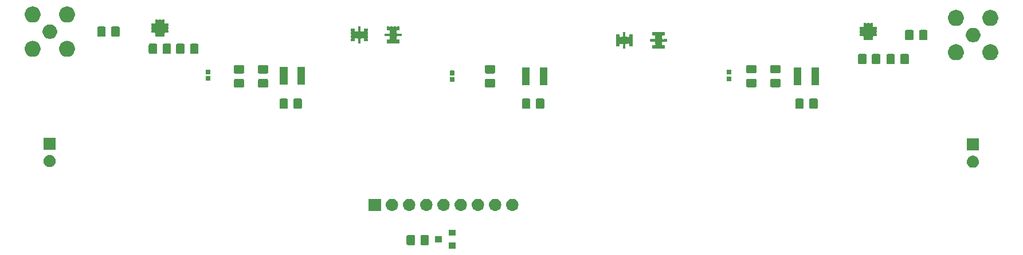
<source format=gbr>
G04 #@! TF.GenerationSoftware,KiCad,Pcbnew,5.0.2-bee76a0~70~ubuntu18.04.1*
G04 #@! TF.CreationDate,2019-04-19T15:30:24+03:00*
G04 #@! TF.ProjectId,bandpass_filter_design,62616e64-7061-4737-935f-66696c746572,rev?*
G04 #@! TF.SameCoordinates,Original*
G04 #@! TF.FileFunction,Soldermask,Top*
G04 #@! TF.FilePolarity,Negative*
%FSLAX46Y46*%
G04 Gerber Fmt 4.6, Leading zero omitted, Abs format (unit mm)*
G04 Created by KiCad (PCBNEW 5.0.2-bee76a0~70~ubuntu18.04.1) date Fri 19 Apr 2019 03:30:24 PM EEST*
%MOMM*%
%LPD*%
G01*
G04 APERTURE LIST*
%ADD10C,0.100000*%
G04 APERTURE END LIST*
D10*
G36*
X132057000Y-113415000D02*
X131055000Y-113415000D01*
X131055000Y-112513000D01*
X132057000Y-112513000D01*
X132057000Y-113415000D01*
X132057000Y-113415000D01*
G37*
G36*
X127980677Y-111394465D02*
X128018364Y-111405898D01*
X128053103Y-111424466D01*
X128083548Y-111449452D01*
X128108534Y-111479897D01*
X128127102Y-111514636D01*
X128138535Y-111552323D01*
X128143000Y-111597661D01*
X128143000Y-112684339D01*
X128138535Y-112729677D01*
X128127102Y-112767364D01*
X128108534Y-112802103D01*
X128083548Y-112832548D01*
X128053103Y-112857534D01*
X128018364Y-112876102D01*
X127980677Y-112887535D01*
X127935339Y-112892000D01*
X127098661Y-112892000D01*
X127053323Y-112887535D01*
X127015636Y-112876102D01*
X126980897Y-112857534D01*
X126950452Y-112832548D01*
X126925466Y-112802103D01*
X126906898Y-112767364D01*
X126895465Y-112729677D01*
X126891000Y-112684339D01*
X126891000Y-111597661D01*
X126895465Y-111552323D01*
X126906898Y-111514636D01*
X126925466Y-111479897D01*
X126950452Y-111449452D01*
X126980897Y-111424466D01*
X127015636Y-111405898D01*
X127053323Y-111394465D01*
X127098661Y-111390000D01*
X127935339Y-111390000D01*
X127980677Y-111394465D01*
X127980677Y-111394465D01*
G37*
G36*
X125930677Y-111394465D02*
X125968364Y-111405898D01*
X126003103Y-111424466D01*
X126033548Y-111449452D01*
X126058534Y-111479897D01*
X126077102Y-111514636D01*
X126088535Y-111552323D01*
X126093000Y-111597661D01*
X126093000Y-112684339D01*
X126088535Y-112729677D01*
X126077102Y-112767364D01*
X126058534Y-112802103D01*
X126033548Y-112832548D01*
X126003103Y-112857534D01*
X125968364Y-112876102D01*
X125930677Y-112887535D01*
X125885339Y-112892000D01*
X125048661Y-112892000D01*
X125003323Y-112887535D01*
X124965636Y-112876102D01*
X124930897Y-112857534D01*
X124900452Y-112832548D01*
X124875466Y-112802103D01*
X124856898Y-112767364D01*
X124845465Y-112729677D01*
X124841000Y-112684339D01*
X124841000Y-111597661D01*
X124845465Y-111552323D01*
X124856898Y-111514636D01*
X124875466Y-111479897D01*
X124900452Y-111449452D01*
X124930897Y-111424466D01*
X124965636Y-111405898D01*
X125003323Y-111394465D01*
X125048661Y-111390000D01*
X125885339Y-111390000D01*
X125930677Y-111394465D01*
X125930677Y-111394465D01*
G37*
G36*
X130057000Y-112465000D02*
X129055000Y-112465000D01*
X129055000Y-111563000D01*
X130057000Y-111563000D01*
X130057000Y-112465000D01*
X130057000Y-112465000D01*
G37*
G36*
X132057000Y-111515000D02*
X131055000Y-111515000D01*
X131055000Y-110613000D01*
X132057000Y-110613000D01*
X132057000Y-111515000D01*
X132057000Y-111515000D01*
G37*
G36*
X127872443Y-106039519D02*
X127938627Y-106046037D01*
X128051853Y-106080384D01*
X128108467Y-106097557D01*
X128247087Y-106171652D01*
X128264991Y-106181222D01*
X128300729Y-106210552D01*
X128402186Y-106293814D01*
X128485448Y-106395271D01*
X128514778Y-106431009D01*
X128514779Y-106431011D01*
X128598443Y-106587533D01*
X128598443Y-106587534D01*
X128649963Y-106757373D01*
X128667359Y-106934000D01*
X128649963Y-107110627D01*
X128615616Y-107223853D01*
X128598443Y-107280467D01*
X128524348Y-107419087D01*
X128514778Y-107436991D01*
X128485448Y-107472729D01*
X128402186Y-107574186D01*
X128300729Y-107657448D01*
X128264991Y-107686778D01*
X128264989Y-107686779D01*
X128108467Y-107770443D01*
X128051853Y-107787616D01*
X127938627Y-107821963D01*
X127872443Y-107828481D01*
X127806260Y-107835000D01*
X127717740Y-107835000D01*
X127651557Y-107828481D01*
X127585373Y-107821963D01*
X127472147Y-107787616D01*
X127415533Y-107770443D01*
X127259011Y-107686779D01*
X127259009Y-107686778D01*
X127223271Y-107657448D01*
X127121814Y-107574186D01*
X127038552Y-107472729D01*
X127009222Y-107436991D01*
X126999652Y-107419087D01*
X126925557Y-107280467D01*
X126908384Y-107223853D01*
X126874037Y-107110627D01*
X126856641Y-106934000D01*
X126874037Y-106757373D01*
X126925557Y-106587534D01*
X126925557Y-106587533D01*
X127009221Y-106431011D01*
X127009222Y-106431009D01*
X127038552Y-106395271D01*
X127121814Y-106293814D01*
X127223271Y-106210552D01*
X127259009Y-106181222D01*
X127276913Y-106171652D01*
X127415533Y-106097557D01*
X127472147Y-106080384D01*
X127585373Y-106046037D01*
X127651557Y-106039519D01*
X127717740Y-106033000D01*
X127806260Y-106033000D01*
X127872443Y-106039519D01*
X127872443Y-106039519D01*
G37*
G36*
X140572443Y-106039519D02*
X140638627Y-106046037D01*
X140751853Y-106080384D01*
X140808467Y-106097557D01*
X140947087Y-106171652D01*
X140964991Y-106181222D01*
X141000729Y-106210552D01*
X141102186Y-106293814D01*
X141185448Y-106395271D01*
X141214778Y-106431009D01*
X141214779Y-106431011D01*
X141298443Y-106587533D01*
X141298443Y-106587534D01*
X141349963Y-106757373D01*
X141367359Y-106934000D01*
X141349963Y-107110627D01*
X141315616Y-107223853D01*
X141298443Y-107280467D01*
X141224348Y-107419087D01*
X141214778Y-107436991D01*
X141185448Y-107472729D01*
X141102186Y-107574186D01*
X141000729Y-107657448D01*
X140964991Y-107686778D01*
X140964989Y-107686779D01*
X140808467Y-107770443D01*
X140751853Y-107787616D01*
X140638627Y-107821963D01*
X140572443Y-107828481D01*
X140506260Y-107835000D01*
X140417740Y-107835000D01*
X140351557Y-107828481D01*
X140285373Y-107821963D01*
X140172147Y-107787616D01*
X140115533Y-107770443D01*
X139959011Y-107686779D01*
X139959009Y-107686778D01*
X139923271Y-107657448D01*
X139821814Y-107574186D01*
X139738552Y-107472729D01*
X139709222Y-107436991D01*
X139699652Y-107419087D01*
X139625557Y-107280467D01*
X139608384Y-107223853D01*
X139574037Y-107110627D01*
X139556641Y-106934000D01*
X139574037Y-106757373D01*
X139625557Y-106587534D01*
X139625557Y-106587533D01*
X139709221Y-106431011D01*
X139709222Y-106431009D01*
X139738552Y-106395271D01*
X139821814Y-106293814D01*
X139923271Y-106210552D01*
X139959009Y-106181222D01*
X139976913Y-106171652D01*
X140115533Y-106097557D01*
X140172147Y-106080384D01*
X140285373Y-106046037D01*
X140351557Y-106039519D01*
X140417740Y-106033000D01*
X140506260Y-106033000D01*
X140572443Y-106039519D01*
X140572443Y-106039519D01*
G37*
G36*
X138032443Y-106039519D02*
X138098627Y-106046037D01*
X138211853Y-106080384D01*
X138268467Y-106097557D01*
X138407087Y-106171652D01*
X138424991Y-106181222D01*
X138460729Y-106210552D01*
X138562186Y-106293814D01*
X138645448Y-106395271D01*
X138674778Y-106431009D01*
X138674779Y-106431011D01*
X138758443Y-106587533D01*
X138758443Y-106587534D01*
X138809963Y-106757373D01*
X138827359Y-106934000D01*
X138809963Y-107110627D01*
X138775616Y-107223853D01*
X138758443Y-107280467D01*
X138684348Y-107419087D01*
X138674778Y-107436991D01*
X138645448Y-107472729D01*
X138562186Y-107574186D01*
X138460729Y-107657448D01*
X138424991Y-107686778D01*
X138424989Y-107686779D01*
X138268467Y-107770443D01*
X138211853Y-107787616D01*
X138098627Y-107821963D01*
X138032443Y-107828481D01*
X137966260Y-107835000D01*
X137877740Y-107835000D01*
X137811557Y-107828481D01*
X137745373Y-107821963D01*
X137632147Y-107787616D01*
X137575533Y-107770443D01*
X137419011Y-107686779D01*
X137419009Y-107686778D01*
X137383271Y-107657448D01*
X137281814Y-107574186D01*
X137198552Y-107472729D01*
X137169222Y-107436991D01*
X137159652Y-107419087D01*
X137085557Y-107280467D01*
X137068384Y-107223853D01*
X137034037Y-107110627D01*
X137016641Y-106934000D01*
X137034037Y-106757373D01*
X137085557Y-106587534D01*
X137085557Y-106587533D01*
X137169221Y-106431011D01*
X137169222Y-106431009D01*
X137198552Y-106395271D01*
X137281814Y-106293814D01*
X137383271Y-106210552D01*
X137419009Y-106181222D01*
X137436913Y-106171652D01*
X137575533Y-106097557D01*
X137632147Y-106080384D01*
X137745373Y-106046037D01*
X137811557Y-106039519D01*
X137877740Y-106033000D01*
X137966260Y-106033000D01*
X138032443Y-106039519D01*
X138032443Y-106039519D01*
G37*
G36*
X135492443Y-106039519D02*
X135558627Y-106046037D01*
X135671853Y-106080384D01*
X135728467Y-106097557D01*
X135867087Y-106171652D01*
X135884991Y-106181222D01*
X135920729Y-106210552D01*
X136022186Y-106293814D01*
X136105448Y-106395271D01*
X136134778Y-106431009D01*
X136134779Y-106431011D01*
X136218443Y-106587533D01*
X136218443Y-106587534D01*
X136269963Y-106757373D01*
X136287359Y-106934000D01*
X136269963Y-107110627D01*
X136235616Y-107223853D01*
X136218443Y-107280467D01*
X136144348Y-107419087D01*
X136134778Y-107436991D01*
X136105448Y-107472729D01*
X136022186Y-107574186D01*
X135920729Y-107657448D01*
X135884991Y-107686778D01*
X135884989Y-107686779D01*
X135728467Y-107770443D01*
X135671853Y-107787616D01*
X135558627Y-107821963D01*
X135492443Y-107828481D01*
X135426260Y-107835000D01*
X135337740Y-107835000D01*
X135271557Y-107828481D01*
X135205373Y-107821963D01*
X135092147Y-107787616D01*
X135035533Y-107770443D01*
X134879011Y-107686779D01*
X134879009Y-107686778D01*
X134843271Y-107657448D01*
X134741814Y-107574186D01*
X134658552Y-107472729D01*
X134629222Y-107436991D01*
X134619652Y-107419087D01*
X134545557Y-107280467D01*
X134528384Y-107223853D01*
X134494037Y-107110627D01*
X134476641Y-106934000D01*
X134494037Y-106757373D01*
X134545557Y-106587534D01*
X134545557Y-106587533D01*
X134629221Y-106431011D01*
X134629222Y-106431009D01*
X134658552Y-106395271D01*
X134741814Y-106293814D01*
X134843271Y-106210552D01*
X134879009Y-106181222D01*
X134896913Y-106171652D01*
X135035533Y-106097557D01*
X135092147Y-106080384D01*
X135205373Y-106046037D01*
X135271557Y-106039519D01*
X135337740Y-106033000D01*
X135426260Y-106033000D01*
X135492443Y-106039519D01*
X135492443Y-106039519D01*
G37*
G36*
X132952443Y-106039519D02*
X133018627Y-106046037D01*
X133131853Y-106080384D01*
X133188467Y-106097557D01*
X133327087Y-106171652D01*
X133344991Y-106181222D01*
X133380729Y-106210552D01*
X133482186Y-106293814D01*
X133565448Y-106395271D01*
X133594778Y-106431009D01*
X133594779Y-106431011D01*
X133678443Y-106587533D01*
X133678443Y-106587534D01*
X133729963Y-106757373D01*
X133747359Y-106934000D01*
X133729963Y-107110627D01*
X133695616Y-107223853D01*
X133678443Y-107280467D01*
X133604348Y-107419087D01*
X133594778Y-107436991D01*
X133565448Y-107472729D01*
X133482186Y-107574186D01*
X133380729Y-107657448D01*
X133344991Y-107686778D01*
X133344989Y-107686779D01*
X133188467Y-107770443D01*
X133131853Y-107787616D01*
X133018627Y-107821963D01*
X132952443Y-107828481D01*
X132886260Y-107835000D01*
X132797740Y-107835000D01*
X132731557Y-107828481D01*
X132665373Y-107821963D01*
X132552147Y-107787616D01*
X132495533Y-107770443D01*
X132339011Y-107686779D01*
X132339009Y-107686778D01*
X132303271Y-107657448D01*
X132201814Y-107574186D01*
X132118552Y-107472729D01*
X132089222Y-107436991D01*
X132079652Y-107419087D01*
X132005557Y-107280467D01*
X131988384Y-107223853D01*
X131954037Y-107110627D01*
X131936641Y-106934000D01*
X131954037Y-106757373D01*
X132005557Y-106587534D01*
X132005557Y-106587533D01*
X132089221Y-106431011D01*
X132089222Y-106431009D01*
X132118552Y-106395271D01*
X132201814Y-106293814D01*
X132303271Y-106210552D01*
X132339009Y-106181222D01*
X132356913Y-106171652D01*
X132495533Y-106097557D01*
X132552147Y-106080384D01*
X132665373Y-106046037D01*
X132731557Y-106039519D01*
X132797740Y-106033000D01*
X132886260Y-106033000D01*
X132952443Y-106039519D01*
X132952443Y-106039519D01*
G37*
G36*
X130412443Y-106039519D02*
X130478627Y-106046037D01*
X130591853Y-106080384D01*
X130648467Y-106097557D01*
X130787087Y-106171652D01*
X130804991Y-106181222D01*
X130840729Y-106210552D01*
X130942186Y-106293814D01*
X131025448Y-106395271D01*
X131054778Y-106431009D01*
X131054779Y-106431011D01*
X131138443Y-106587533D01*
X131138443Y-106587534D01*
X131189963Y-106757373D01*
X131207359Y-106934000D01*
X131189963Y-107110627D01*
X131155616Y-107223853D01*
X131138443Y-107280467D01*
X131064348Y-107419087D01*
X131054778Y-107436991D01*
X131025448Y-107472729D01*
X130942186Y-107574186D01*
X130840729Y-107657448D01*
X130804991Y-107686778D01*
X130804989Y-107686779D01*
X130648467Y-107770443D01*
X130591853Y-107787616D01*
X130478627Y-107821963D01*
X130412443Y-107828481D01*
X130346260Y-107835000D01*
X130257740Y-107835000D01*
X130191557Y-107828481D01*
X130125373Y-107821963D01*
X130012147Y-107787616D01*
X129955533Y-107770443D01*
X129799011Y-107686779D01*
X129799009Y-107686778D01*
X129763271Y-107657448D01*
X129661814Y-107574186D01*
X129578552Y-107472729D01*
X129549222Y-107436991D01*
X129539652Y-107419087D01*
X129465557Y-107280467D01*
X129448384Y-107223853D01*
X129414037Y-107110627D01*
X129396641Y-106934000D01*
X129414037Y-106757373D01*
X129465557Y-106587534D01*
X129465557Y-106587533D01*
X129549221Y-106431011D01*
X129549222Y-106431009D01*
X129578552Y-106395271D01*
X129661814Y-106293814D01*
X129763271Y-106210552D01*
X129799009Y-106181222D01*
X129816913Y-106171652D01*
X129955533Y-106097557D01*
X130012147Y-106080384D01*
X130125373Y-106046037D01*
X130191557Y-106039519D01*
X130257740Y-106033000D01*
X130346260Y-106033000D01*
X130412443Y-106039519D01*
X130412443Y-106039519D01*
G37*
G36*
X125332443Y-106039519D02*
X125398627Y-106046037D01*
X125511853Y-106080384D01*
X125568467Y-106097557D01*
X125707087Y-106171652D01*
X125724991Y-106181222D01*
X125760729Y-106210552D01*
X125862186Y-106293814D01*
X125945448Y-106395271D01*
X125974778Y-106431009D01*
X125974779Y-106431011D01*
X126058443Y-106587533D01*
X126058443Y-106587534D01*
X126109963Y-106757373D01*
X126127359Y-106934000D01*
X126109963Y-107110627D01*
X126075616Y-107223853D01*
X126058443Y-107280467D01*
X125984348Y-107419087D01*
X125974778Y-107436991D01*
X125945448Y-107472729D01*
X125862186Y-107574186D01*
X125760729Y-107657448D01*
X125724991Y-107686778D01*
X125724989Y-107686779D01*
X125568467Y-107770443D01*
X125511853Y-107787616D01*
X125398627Y-107821963D01*
X125332443Y-107828481D01*
X125266260Y-107835000D01*
X125177740Y-107835000D01*
X125111557Y-107828481D01*
X125045373Y-107821963D01*
X124932147Y-107787616D01*
X124875533Y-107770443D01*
X124719011Y-107686779D01*
X124719009Y-107686778D01*
X124683271Y-107657448D01*
X124581814Y-107574186D01*
X124498552Y-107472729D01*
X124469222Y-107436991D01*
X124459652Y-107419087D01*
X124385557Y-107280467D01*
X124368384Y-107223853D01*
X124334037Y-107110627D01*
X124316641Y-106934000D01*
X124334037Y-106757373D01*
X124385557Y-106587534D01*
X124385557Y-106587533D01*
X124469221Y-106431011D01*
X124469222Y-106431009D01*
X124498552Y-106395271D01*
X124581814Y-106293814D01*
X124683271Y-106210552D01*
X124719009Y-106181222D01*
X124736913Y-106171652D01*
X124875533Y-106097557D01*
X124932147Y-106080384D01*
X125045373Y-106046037D01*
X125111557Y-106039519D01*
X125177740Y-106033000D01*
X125266260Y-106033000D01*
X125332443Y-106039519D01*
X125332443Y-106039519D01*
G37*
G36*
X122792443Y-106039519D02*
X122858627Y-106046037D01*
X122971853Y-106080384D01*
X123028467Y-106097557D01*
X123167087Y-106171652D01*
X123184991Y-106181222D01*
X123220729Y-106210552D01*
X123322186Y-106293814D01*
X123405448Y-106395271D01*
X123434778Y-106431009D01*
X123434779Y-106431011D01*
X123518443Y-106587533D01*
X123518443Y-106587534D01*
X123569963Y-106757373D01*
X123587359Y-106934000D01*
X123569963Y-107110627D01*
X123535616Y-107223853D01*
X123518443Y-107280467D01*
X123444348Y-107419087D01*
X123434778Y-107436991D01*
X123405448Y-107472729D01*
X123322186Y-107574186D01*
X123220729Y-107657448D01*
X123184991Y-107686778D01*
X123184989Y-107686779D01*
X123028467Y-107770443D01*
X122971853Y-107787616D01*
X122858627Y-107821963D01*
X122792443Y-107828481D01*
X122726260Y-107835000D01*
X122637740Y-107835000D01*
X122571557Y-107828481D01*
X122505373Y-107821963D01*
X122392147Y-107787616D01*
X122335533Y-107770443D01*
X122179011Y-107686779D01*
X122179009Y-107686778D01*
X122143271Y-107657448D01*
X122041814Y-107574186D01*
X121958552Y-107472729D01*
X121929222Y-107436991D01*
X121919652Y-107419087D01*
X121845557Y-107280467D01*
X121828384Y-107223853D01*
X121794037Y-107110627D01*
X121776641Y-106934000D01*
X121794037Y-106757373D01*
X121845557Y-106587534D01*
X121845557Y-106587533D01*
X121929221Y-106431011D01*
X121929222Y-106431009D01*
X121958552Y-106395271D01*
X122041814Y-106293814D01*
X122143271Y-106210552D01*
X122179009Y-106181222D01*
X122196913Y-106171652D01*
X122335533Y-106097557D01*
X122392147Y-106080384D01*
X122505373Y-106046037D01*
X122571557Y-106039519D01*
X122637740Y-106033000D01*
X122726260Y-106033000D01*
X122792443Y-106039519D01*
X122792443Y-106039519D01*
G37*
G36*
X121043000Y-107835000D02*
X119241000Y-107835000D01*
X119241000Y-106033000D01*
X121043000Y-106033000D01*
X121043000Y-107835000D01*
X121043000Y-107835000D01*
G37*
G36*
X208610442Y-99645518D02*
X208676627Y-99652037D01*
X208789853Y-99686384D01*
X208846467Y-99703557D01*
X208985087Y-99777652D01*
X209002991Y-99787222D01*
X209038729Y-99816552D01*
X209140186Y-99899814D01*
X209223448Y-100001271D01*
X209252778Y-100037009D01*
X209252779Y-100037011D01*
X209336443Y-100193533D01*
X209336443Y-100193534D01*
X209387963Y-100363373D01*
X209405359Y-100540000D01*
X209387963Y-100716627D01*
X209366777Y-100786467D01*
X209336443Y-100886467D01*
X209306231Y-100942989D01*
X209252778Y-101042991D01*
X209223448Y-101078729D01*
X209140186Y-101180186D01*
X209038729Y-101263448D01*
X209002991Y-101292778D01*
X209002989Y-101292779D01*
X208846467Y-101376443D01*
X208789853Y-101393616D01*
X208676627Y-101427963D01*
X208610442Y-101434482D01*
X208544260Y-101441000D01*
X208455740Y-101441000D01*
X208389558Y-101434482D01*
X208323373Y-101427963D01*
X208210147Y-101393616D01*
X208153533Y-101376443D01*
X207997011Y-101292779D01*
X207997009Y-101292778D01*
X207961271Y-101263448D01*
X207859814Y-101180186D01*
X207776552Y-101078729D01*
X207747222Y-101042991D01*
X207693769Y-100942989D01*
X207663557Y-100886467D01*
X207633223Y-100786467D01*
X207612037Y-100716627D01*
X207594641Y-100540000D01*
X207612037Y-100363373D01*
X207663557Y-100193534D01*
X207663557Y-100193533D01*
X207747221Y-100037011D01*
X207747222Y-100037009D01*
X207776552Y-100001271D01*
X207859814Y-99899814D01*
X207961271Y-99816552D01*
X207997009Y-99787222D01*
X208014913Y-99777652D01*
X208153533Y-99703557D01*
X208210147Y-99686384D01*
X208323373Y-99652037D01*
X208389558Y-99645518D01*
X208455740Y-99639000D01*
X208544260Y-99639000D01*
X208610442Y-99645518D01*
X208610442Y-99645518D01*
G37*
G36*
X72210443Y-99545519D02*
X72276627Y-99552037D01*
X72389853Y-99586384D01*
X72446467Y-99603557D01*
X72512775Y-99639000D01*
X72602991Y-99687222D01*
X72622895Y-99703557D01*
X72740186Y-99799814D01*
X72822253Y-99899814D01*
X72852778Y-99937009D01*
X72852779Y-99937011D01*
X72936443Y-100093533D01*
X72936443Y-100093534D01*
X72987963Y-100263373D01*
X73005359Y-100440000D01*
X72987963Y-100616627D01*
X72957629Y-100716625D01*
X72936443Y-100786467D01*
X72882991Y-100886467D01*
X72852778Y-100942991D01*
X72823448Y-100978729D01*
X72740186Y-101080186D01*
X72638729Y-101163448D01*
X72602991Y-101192778D01*
X72602989Y-101192779D01*
X72446467Y-101276443D01*
X72392617Y-101292778D01*
X72276627Y-101327963D01*
X72210443Y-101334481D01*
X72144260Y-101341000D01*
X72055740Y-101341000D01*
X71989557Y-101334481D01*
X71923373Y-101327963D01*
X71807383Y-101292778D01*
X71753533Y-101276443D01*
X71597011Y-101192779D01*
X71597009Y-101192778D01*
X71561271Y-101163448D01*
X71459814Y-101080186D01*
X71376552Y-100978729D01*
X71347222Y-100942991D01*
X71317009Y-100886467D01*
X71263557Y-100786467D01*
X71242371Y-100716625D01*
X71212037Y-100616627D01*
X71194641Y-100440000D01*
X71212037Y-100263373D01*
X71263557Y-100093534D01*
X71263557Y-100093533D01*
X71347221Y-99937011D01*
X71347222Y-99937009D01*
X71377747Y-99899814D01*
X71459814Y-99799814D01*
X71577105Y-99703557D01*
X71597009Y-99687222D01*
X71687225Y-99639000D01*
X71753533Y-99603557D01*
X71810147Y-99586384D01*
X71923373Y-99552037D01*
X71989557Y-99545519D01*
X72055740Y-99539000D01*
X72144260Y-99539000D01*
X72210443Y-99545519D01*
X72210443Y-99545519D01*
G37*
G36*
X209401000Y-98901000D02*
X207599000Y-98901000D01*
X207599000Y-97099000D01*
X209401000Y-97099000D01*
X209401000Y-98901000D01*
X209401000Y-98901000D01*
G37*
G36*
X73001000Y-98801000D02*
X71199000Y-98801000D01*
X71199000Y-96999000D01*
X73001000Y-96999000D01*
X73001000Y-98801000D01*
X73001000Y-98801000D01*
G37*
G36*
X142957677Y-91201465D02*
X142995364Y-91212898D01*
X143030103Y-91231466D01*
X143060548Y-91256452D01*
X143085534Y-91286897D01*
X143104102Y-91321636D01*
X143115535Y-91359323D01*
X143120000Y-91404661D01*
X143120000Y-92491339D01*
X143115535Y-92536677D01*
X143104102Y-92574364D01*
X143085534Y-92609103D01*
X143060548Y-92639548D01*
X143030103Y-92664534D01*
X142995364Y-92683102D01*
X142957677Y-92694535D01*
X142912339Y-92699000D01*
X142075661Y-92699000D01*
X142030323Y-92694535D01*
X141992636Y-92683102D01*
X141957897Y-92664534D01*
X141927452Y-92639548D01*
X141902466Y-92609103D01*
X141883898Y-92574364D01*
X141872465Y-92536677D01*
X141868000Y-92491339D01*
X141868000Y-91404661D01*
X141872465Y-91359323D01*
X141883898Y-91321636D01*
X141902466Y-91286897D01*
X141927452Y-91256452D01*
X141957897Y-91231466D01*
X141992636Y-91212898D01*
X142030323Y-91201465D01*
X142075661Y-91197000D01*
X142912339Y-91197000D01*
X142957677Y-91201465D01*
X142957677Y-91201465D01*
G37*
G36*
X109193677Y-91201465D02*
X109231364Y-91212898D01*
X109266103Y-91231466D01*
X109296548Y-91256452D01*
X109321534Y-91286897D01*
X109340102Y-91321636D01*
X109351535Y-91359323D01*
X109356000Y-91404661D01*
X109356000Y-92491339D01*
X109351535Y-92536677D01*
X109340102Y-92574364D01*
X109321534Y-92609103D01*
X109296548Y-92639548D01*
X109266103Y-92664534D01*
X109231364Y-92683102D01*
X109193677Y-92694535D01*
X109148339Y-92699000D01*
X108311661Y-92699000D01*
X108266323Y-92694535D01*
X108228636Y-92683102D01*
X108193897Y-92664534D01*
X108163452Y-92639548D01*
X108138466Y-92609103D01*
X108119898Y-92574364D01*
X108108465Y-92536677D01*
X108104000Y-92491339D01*
X108104000Y-91404661D01*
X108108465Y-91359323D01*
X108119898Y-91321636D01*
X108138466Y-91286897D01*
X108163452Y-91256452D01*
X108193897Y-91231466D01*
X108228636Y-91212898D01*
X108266323Y-91201465D01*
X108311661Y-91197000D01*
X109148339Y-91197000D01*
X109193677Y-91201465D01*
X109193677Y-91201465D01*
G37*
G36*
X107143677Y-91201465D02*
X107181364Y-91212898D01*
X107216103Y-91231466D01*
X107246548Y-91256452D01*
X107271534Y-91286897D01*
X107290102Y-91321636D01*
X107301535Y-91359323D01*
X107306000Y-91404661D01*
X107306000Y-92491339D01*
X107301535Y-92536677D01*
X107290102Y-92574364D01*
X107271534Y-92609103D01*
X107246548Y-92639548D01*
X107216103Y-92664534D01*
X107181364Y-92683102D01*
X107143677Y-92694535D01*
X107098339Y-92699000D01*
X106261661Y-92699000D01*
X106216323Y-92694535D01*
X106178636Y-92683102D01*
X106143897Y-92664534D01*
X106113452Y-92639548D01*
X106088466Y-92609103D01*
X106069898Y-92574364D01*
X106058465Y-92536677D01*
X106054000Y-92491339D01*
X106054000Y-91404661D01*
X106058465Y-91359323D01*
X106069898Y-91321636D01*
X106088466Y-91286897D01*
X106113452Y-91256452D01*
X106143897Y-91231466D01*
X106178636Y-91212898D01*
X106216323Y-91201465D01*
X106261661Y-91197000D01*
X107098339Y-91197000D01*
X107143677Y-91201465D01*
X107143677Y-91201465D01*
G37*
G36*
X145007677Y-91201465D02*
X145045364Y-91212898D01*
X145080103Y-91231466D01*
X145110548Y-91256452D01*
X145135534Y-91286897D01*
X145154102Y-91321636D01*
X145165535Y-91359323D01*
X145170000Y-91404661D01*
X145170000Y-92491339D01*
X145165535Y-92536677D01*
X145154102Y-92574364D01*
X145135534Y-92609103D01*
X145110548Y-92639548D01*
X145080103Y-92664534D01*
X145045364Y-92683102D01*
X145007677Y-92694535D01*
X144962339Y-92699000D01*
X144125661Y-92699000D01*
X144080323Y-92694535D01*
X144042636Y-92683102D01*
X144007897Y-92664534D01*
X143977452Y-92639548D01*
X143952466Y-92609103D01*
X143933898Y-92574364D01*
X143922465Y-92536677D01*
X143918000Y-92491339D01*
X143918000Y-91404661D01*
X143922465Y-91359323D01*
X143933898Y-91321636D01*
X143952466Y-91286897D01*
X143977452Y-91256452D01*
X144007897Y-91231466D01*
X144042636Y-91212898D01*
X144080323Y-91201465D01*
X144125661Y-91197000D01*
X144962339Y-91197000D01*
X145007677Y-91201465D01*
X145007677Y-91201465D01*
G37*
G36*
X183343677Y-91201465D02*
X183381364Y-91212898D01*
X183416103Y-91231466D01*
X183446548Y-91256452D01*
X183471534Y-91286897D01*
X183490102Y-91321636D01*
X183501535Y-91359323D01*
X183506000Y-91404661D01*
X183506000Y-92491339D01*
X183501535Y-92536677D01*
X183490102Y-92574364D01*
X183471534Y-92609103D01*
X183446548Y-92639548D01*
X183416103Y-92664534D01*
X183381364Y-92683102D01*
X183343677Y-92694535D01*
X183298339Y-92699000D01*
X182461661Y-92699000D01*
X182416323Y-92694535D01*
X182378636Y-92683102D01*
X182343897Y-92664534D01*
X182313452Y-92639548D01*
X182288466Y-92609103D01*
X182269898Y-92574364D01*
X182258465Y-92536677D01*
X182254000Y-92491339D01*
X182254000Y-91404661D01*
X182258465Y-91359323D01*
X182269898Y-91321636D01*
X182288466Y-91286897D01*
X182313452Y-91256452D01*
X182343897Y-91231466D01*
X182378636Y-91212898D01*
X182416323Y-91201465D01*
X182461661Y-91197000D01*
X183298339Y-91197000D01*
X183343677Y-91201465D01*
X183343677Y-91201465D01*
G37*
G36*
X185393677Y-91201465D02*
X185431364Y-91212898D01*
X185466103Y-91231466D01*
X185496548Y-91256452D01*
X185521534Y-91286897D01*
X185540102Y-91321636D01*
X185551535Y-91359323D01*
X185556000Y-91404661D01*
X185556000Y-92491339D01*
X185551535Y-92536677D01*
X185540102Y-92574364D01*
X185521534Y-92609103D01*
X185496548Y-92639548D01*
X185466103Y-92664534D01*
X185431364Y-92683102D01*
X185393677Y-92694535D01*
X185348339Y-92699000D01*
X184511661Y-92699000D01*
X184466323Y-92694535D01*
X184428636Y-92683102D01*
X184393897Y-92664534D01*
X184363452Y-92639548D01*
X184338466Y-92609103D01*
X184319898Y-92574364D01*
X184308465Y-92536677D01*
X184304000Y-92491339D01*
X184304000Y-91404661D01*
X184308465Y-91359323D01*
X184319898Y-91321636D01*
X184338466Y-91286897D01*
X184363452Y-91256452D01*
X184393897Y-91231466D01*
X184428636Y-91212898D01*
X184466323Y-91201465D01*
X184511661Y-91197000D01*
X185348339Y-91197000D01*
X185393677Y-91201465D01*
X185393677Y-91201465D01*
G37*
G36*
X104220677Y-88296465D02*
X104258364Y-88307898D01*
X104293103Y-88326466D01*
X104323548Y-88351452D01*
X104348534Y-88381897D01*
X104367102Y-88416636D01*
X104378535Y-88454323D01*
X104383000Y-88499661D01*
X104383000Y-89336339D01*
X104378535Y-89381677D01*
X104367102Y-89419364D01*
X104348534Y-89454103D01*
X104323548Y-89484548D01*
X104293103Y-89509534D01*
X104258364Y-89528102D01*
X104220677Y-89539535D01*
X104175339Y-89544000D01*
X103088661Y-89544000D01*
X103043323Y-89539535D01*
X103005636Y-89528102D01*
X102970897Y-89509534D01*
X102940452Y-89484548D01*
X102915466Y-89454103D01*
X102896898Y-89419364D01*
X102885465Y-89381677D01*
X102881000Y-89336339D01*
X102881000Y-88499661D01*
X102885465Y-88454323D01*
X102896898Y-88416636D01*
X102915466Y-88381897D01*
X102940452Y-88351452D01*
X102970897Y-88326466D01*
X103005636Y-88307898D01*
X103043323Y-88296465D01*
X103088661Y-88292000D01*
X104175339Y-88292000D01*
X104220677Y-88296465D01*
X104220677Y-88296465D01*
G37*
G36*
X100664677Y-88296465D02*
X100702364Y-88307898D01*
X100737103Y-88326466D01*
X100767548Y-88351452D01*
X100792534Y-88381897D01*
X100811102Y-88416636D01*
X100822535Y-88454323D01*
X100827000Y-88499661D01*
X100827000Y-89336339D01*
X100822535Y-89381677D01*
X100811102Y-89419364D01*
X100792534Y-89454103D01*
X100767548Y-89484548D01*
X100737103Y-89509534D01*
X100702364Y-89528102D01*
X100664677Y-89539535D01*
X100619339Y-89544000D01*
X99532661Y-89544000D01*
X99487323Y-89539535D01*
X99449636Y-89528102D01*
X99414897Y-89509534D01*
X99384452Y-89484548D01*
X99359466Y-89454103D01*
X99340898Y-89419364D01*
X99329465Y-89381677D01*
X99325000Y-89336339D01*
X99325000Y-88499661D01*
X99329465Y-88454323D01*
X99340898Y-88416636D01*
X99359466Y-88381897D01*
X99384452Y-88351452D01*
X99414897Y-88326466D01*
X99449636Y-88307898D01*
X99487323Y-88296465D01*
X99532661Y-88292000D01*
X100619339Y-88292000D01*
X100664677Y-88296465D01*
X100664677Y-88296465D01*
G37*
G36*
X137748677Y-88287465D02*
X137786364Y-88298898D01*
X137821103Y-88317466D01*
X137851548Y-88342452D01*
X137876534Y-88372897D01*
X137895102Y-88407636D01*
X137906535Y-88445323D01*
X137911000Y-88490661D01*
X137911000Y-89327339D01*
X137906535Y-89372677D01*
X137895102Y-89410364D01*
X137876534Y-89445103D01*
X137851548Y-89475548D01*
X137821103Y-89500534D01*
X137786364Y-89519102D01*
X137748677Y-89530535D01*
X137703339Y-89535000D01*
X136616661Y-89535000D01*
X136571323Y-89530535D01*
X136533636Y-89519102D01*
X136498897Y-89500534D01*
X136468452Y-89475548D01*
X136443466Y-89445103D01*
X136424898Y-89410364D01*
X136413465Y-89372677D01*
X136409000Y-89327339D01*
X136409000Y-88490661D01*
X136413465Y-88445323D01*
X136424898Y-88407636D01*
X136443466Y-88372897D01*
X136468452Y-88342452D01*
X136498897Y-88317466D01*
X136533636Y-88298898D01*
X136571323Y-88287465D01*
X136616661Y-88283000D01*
X137703339Y-88283000D01*
X137748677Y-88287465D01*
X137748677Y-88287465D01*
G37*
G36*
X176356677Y-88278465D02*
X176394364Y-88289898D01*
X176429103Y-88308466D01*
X176459548Y-88333452D01*
X176484534Y-88363897D01*
X176503102Y-88398636D01*
X176514535Y-88436323D01*
X176519000Y-88481661D01*
X176519000Y-89318339D01*
X176514535Y-89363677D01*
X176503102Y-89401364D01*
X176484534Y-89436103D01*
X176459548Y-89466548D01*
X176429103Y-89491534D01*
X176394364Y-89510102D01*
X176356677Y-89521535D01*
X176311339Y-89526000D01*
X175224661Y-89526000D01*
X175179323Y-89521535D01*
X175141636Y-89510102D01*
X175106897Y-89491534D01*
X175076452Y-89466548D01*
X175051466Y-89436103D01*
X175032898Y-89401364D01*
X175021465Y-89363677D01*
X175017000Y-89318339D01*
X175017000Y-88481661D01*
X175021465Y-88436323D01*
X175032898Y-88398636D01*
X175051466Y-88363897D01*
X175076452Y-88333452D01*
X175106897Y-88308466D01*
X175141636Y-88289898D01*
X175179323Y-88278465D01*
X175224661Y-88274000D01*
X176311339Y-88274000D01*
X176356677Y-88278465D01*
X176356677Y-88278465D01*
G37*
G36*
X179912677Y-88278465D02*
X179950364Y-88289898D01*
X179985103Y-88308466D01*
X180015548Y-88333452D01*
X180040534Y-88363897D01*
X180059102Y-88398636D01*
X180070535Y-88436323D01*
X180075000Y-88481661D01*
X180075000Y-89318339D01*
X180070535Y-89363677D01*
X180059102Y-89401364D01*
X180040534Y-89436103D01*
X180015548Y-89466548D01*
X179985103Y-89491534D01*
X179950364Y-89510102D01*
X179912677Y-89521535D01*
X179867339Y-89526000D01*
X178780661Y-89526000D01*
X178735323Y-89521535D01*
X178697636Y-89510102D01*
X178662897Y-89491534D01*
X178632452Y-89466548D01*
X178607466Y-89436103D01*
X178588898Y-89401364D01*
X178577465Y-89363677D01*
X178573000Y-89318339D01*
X178573000Y-88481661D01*
X178577465Y-88436323D01*
X178588898Y-88398636D01*
X178607466Y-88363897D01*
X178632452Y-88333452D01*
X178662897Y-88308466D01*
X178697636Y-88289898D01*
X178735323Y-88278465D01*
X178780661Y-88274000D01*
X179867339Y-88274000D01*
X179912677Y-88278465D01*
X179912677Y-88278465D01*
G37*
G36*
X145640000Y-89185000D02*
X144488000Y-89185000D01*
X144488000Y-86583000D01*
X145640000Y-86583000D01*
X145640000Y-89185000D01*
X145640000Y-89185000D01*
G37*
G36*
X183172000Y-89185000D02*
X182020000Y-89185000D01*
X182020000Y-86583000D01*
X183172000Y-86583000D01*
X183172000Y-89185000D01*
X183172000Y-89185000D01*
G37*
G36*
X143040000Y-89185000D02*
X141888000Y-89185000D01*
X141888000Y-86583000D01*
X143040000Y-86583000D01*
X143040000Y-89185000D01*
X143040000Y-89185000D01*
G37*
G36*
X185772000Y-89185000D02*
X184620000Y-89185000D01*
X184620000Y-86583000D01*
X185772000Y-86583000D01*
X185772000Y-89185000D01*
X185772000Y-89185000D01*
G37*
G36*
X107256000Y-89119000D02*
X106104000Y-89119000D01*
X106104000Y-86517000D01*
X107256000Y-86517000D01*
X107256000Y-89119000D01*
X107256000Y-89119000D01*
G37*
G36*
X109856000Y-89119000D02*
X108704000Y-89119000D01*
X108704000Y-86517000D01*
X109856000Y-86517000D01*
X109856000Y-89119000D01*
X109856000Y-89119000D01*
G37*
G36*
X131853938Y-88025716D02*
X131874556Y-88031970D01*
X131893556Y-88042126D01*
X131910208Y-88055792D01*
X131923874Y-88072444D01*
X131934030Y-88091444D01*
X131940284Y-88112062D01*
X131943000Y-88139640D01*
X131943000Y-88598360D01*
X131940284Y-88625938D01*
X131934030Y-88646556D01*
X131923874Y-88665556D01*
X131910208Y-88682208D01*
X131893556Y-88695874D01*
X131874556Y-88706030D01*
X131853938Y-88712284D01*
X131826360Y-88715000D01*
X131317640Y-88715000D01*
X131290062Y-88712284D01*
X131269444Y-88706030D01*
X131250444Y-88695874D01*
X131233792Y-88682208D01*
X131220126Y-88665556D01*
X131209970Y-88646556D01*
X131203716Y-88625938D01*
X131201000Y-88598360D01*
X131201000Y-88139640D01*
X131203716Y-88112062D01*
X131209970Y-88091444D01*
X131220126Y-88072444D01*
X131233792Y-88055792D01*
X131250444Y-88042126D01*
X131269444Y-88031970D01*
X131290062Y-88025716D01*
X131317640Y-88023000D01*
X131826360Y-88023000D01*
X131853938Y-88025716D01*
X131853938Y-88025716D01*
G37*
G36*
X172747938Y-87912716D02*
X172768556Y-87918970D01*
X172787556Y-87929126D01*
X172804208Y-87942792D01*
X172817874Y-87959444D01*
X172828030Y-87978444D01*
X172834284Y-87999062D01*
X172837000Y-88026640D01*
X172837000Y-88485360D01*
X172834284Y-88512938D01*
X172828030Y-88533556D01*
X172817874Y-88552556D01*
X172804208Y-88569208D01*
X172787556Y-88582874D01*
X172768556Y-88593030D01*
X172747938Y-88599284D01*
X172720360Y-88602000D01*
X172211640Y-88602000D01*
X172184062Y-88599284D01*
X172163444Y-88593030D01*
X172144444Y-88582874D01*
X172127792Y-88569208D01*
X172114126Y-88552556D01*
X172103970Y-88533556D01*
X172097716Y-88512938D01*
X172095000Y-88485360D01*
X172095000Y-88026640D01*
X172097716Y-87999062D01*
X172103970Y-87978444D01*
X172114126Y-87959444D01*
X172127792Y-87942792D01*
X172144444Y-87929126D01*
X172163444Y-87918970D01*
X172184062Y-87912716D01*
X172211640Y-87910000D01*
X172720360Y-87910000D01*
X172747938Y-87912716D01*
X172747938Y-87912716D01*
G37*
G36*
X95785938Y-87884716D02*
X95806556Y-87890970D01*
X95825556Y-87901126D01*
X95842208Y-87914792D01*
X95855874Y-87931444D01*
X95866030Y-87950444D01*
X95872284Y-87971062D01*
X95875000Y-87998640D01*
X95875000Y-88457360D01*
X95872284Y-88484938D01*
X95866030Y-88505556D01*
X95855874Y-88524556D01*
X95842208Y-88541208D01*
X95825556Y-88554874D01*
X95806556Y-88565030D01*
X95785938Y-88571284D01*
X95758360Y-88574000D01*
X95249640Y-88574000D01*
X95222062Y-88571284D01*
X95201444Y-88565030D01*
X95182444Y-88554874D01*
X95165792Y-88541208D01*
X95152126Y-88524556D01*
X95141970Y-88505556D01*
X95135716Y-88484938D01*
X95133000Y-88457360D01*
X95133000Y-87998640D01*
X95135716Y-87971062D01*
X95141970Y-87950444D01*
X95152126Y-87931444D01*
X95165792Y-87914792D01*
X95182444Y-87901126D01*
X95201444Y-87890970D01*
X95222062Y-87884716D01*
X95249640Y-87882000D01*
X95758360Y-87882000D01*
X95785938Y-87884716D01*
X95785938Y-87884716D01*
G37*
G36*
X131853938Y-87055716D02*
X131874556Y-87061970D01*
X131893556Y-87072126D01*
X131910208Y-87085792D01*
X131923874Y-87102444D01*
X131934030Y-87121444D01*
X131940284Y-87142062D01*
X131943000Y-87169640D01*
X131943000Y-87628360D01*
X131940284Y-87655938D01*
X131934030Y-87676556D01*
X131923874Y-87695556D01*
X131910208Y-87712208D01*
X131893556Y-87725874D01*
X131874556Y-87736030D01*
X131853938Y-87742284D01*
X131826360Y-87745000D01*
X131317640Y-87745000D01*
X131290062Y-87742284D01*
X131269444Y-87736030D01*
X131250444Y-87725874D01*
X131233792Y-87712208D01*
X131220126Y-87695556D01*
X131209970Y-87676556D01*
X131203716Y-87655938D01*
X131201000Y-87628360D01*
X131201000Y-87169640D01*
X131203716Y-87142062D01*
X131209970Y-87121444D01*
X131220126Y-87102444D01*
X131233792Y-87085792D01*
X131250444Y-87072126D01*
X131269444Y-87061970D01*
X131290062Y-87055716D01*
X131317640Y-87053000D01*
X131826360Y-87053000D01*
X131853938Y-87055716D01*
X131853938Y-87055716D01*
G37*
G36*
X172747938Y-86942716D02*
X172768556Y-86948970D01*
X172787556Y-86959126D01*
X172804208Y-86972792D01*
X172817874Y-86989444D01*
X172828030Y-87008444D01*
X172834284Y-87029062D01*
X172837000Y-87056640D01*
X172837000Y-87515360D01*
X172834284Y-87542938D01*
X172828030Y-87563556D01*
X172817874Y-87582556D01*
X172804208Y-87599208D01*
X172787556Y-87612874D01*
X172768556Y-87623030D01*
X172747938Y-87629284D01*
X172720360Y-87632000D01*
X172211640Y-87632000D01*
X172184062Y-87629284D01*
X172163444Y-87623030D01*
X172144444Y-87612874D01*
X172127792Y-87599208D01*
X172114126Y-87582556D01*
X172103970Y-87563556D01*
X172097716Y-87542938D01*
X172095000Y-87515360D01*
X172095000Y-87056640D01*
X172097716Y-87029062D01*
X172103970Y-87008444D01*
X172114126Y-86989444D01*
X172127792Y-86972792D01*
X172144444Y-86959126D01*
X172163444Y-86948970D01*
X172184062Y-86942716D01*
X172211640Y-86940000D01*
X172720360Y-86940000D01*
X172747938Y-86942716D01*
X172747938Y-86942716D01*
G37*
G36*
X95785938Y-86914716D02*
X95806556Y-86920970D01*
X95825556Y-86931126D01*
X95842208Y-86944792D01*
X95855874Y-86961444D01*
X95866030Y-86980444D01*
X95872284Y-87001062D01*
X95875000Y-87028640D01*
X95875000Y-87487360D01*
X95872284Y-87514938D01*
X95866030Y-87535556D01*
X95855874Y-87554556D01*
X95842208Y-87571208D01*
X95825556Y-87584874D01*
X95806556Y-87595030D01*
X95785938Y-87601284D01*
X95758360Y-87604000D01*
X95249640Y-87604000D01*
X95222062Y-87601284D01*
X95201444Y-87595030D01*
X95182444Y-87584874D01*
X95165792Y-87571208D01*
X95152126Y-87554556D01*
X95141970Y-87535556D01*
X95135716Y-87514938D01*
X95133000Y-87487360D01*
X95133000Y-87028640D01*
X95135716Y-87001062D01*
X95141970Y-86980444D01*
X95152126Y-86961444D01*
X95165792Y-86944792D01*
X95182444Y-86931126D01*
X95201444Y-86920970D01*
X95222062Y-86914716D01*
X95249640Y-86912000D01*
X95758360Y-86912000D01*
X95785938Y-86914716D01*
X95785938Y-86914716D01*
G37*
G36*
X104220677Y-86246465D02*
X104258364Y-86257898D01*
X104293103Y-86276466D01*
X104323548Y-86301452D01*
X104348534Y-86331897D01*
X104367102Y-86366636D01*
X104378535Y-86404323D01*
X104383000Y-86449661D01*
X104383000Y-87286339D01*
X104378535Y-87331677D01*
X104367102Y-87369364D01*
X104348534Y-87404103D01*
X104323548Y-87434548D01*
X104293103Y-87459534D01*
X104258364Y-87478102D01*
X104220677Y-87489535D01*
X104175339Y-87494000D01*
X103088661Y-87494000D01*
X103043323Y-87489535D01*
X103005636Y-87478102D01*
X102970897Y-87459534D01*
X102940452Y-87434548D01*
X102915466Y-87404103D01*
X102896898Y-87369364D01*
X102885465Y-87331677D01*
X102881000Y-87286339D01*
X102881000Y-86449661D01*
X102885465Y-86404323D01*
X102896898Y-86366636D01*
X102915466Y-86331897D01*
X102940452Y-86301452D01*
X102970897Y-86276466D01*
X103005636Y-86257898D01*
X103043323Y-86246465D01*
X103088661Y-86242000D01*
X104175339Y-86242000D01*
X104220677Y-86246465D01*
X104220677Y-86246465D01*
G37*
G36*
X100664677Y-86246465D02*
X100702364Y-86257898D01*
X100737103Y-86276466D01*
X100767548Y-86301452D01*
X100792534Y-86331897D01*
X100811102Y-86366636D01*
X100822535Y-86404323D01*
X100827000Y-86449661D01*
X100827000Y-87286339D01*
X100822535Y-87331677D01*
X100811102Y-87369364D01*
X100792534Y-87404103D01*
X100767548Y-87434548D01*
X100737103Y-87459534D01*
X100702364Y-87478102D01*
X100664677Y-87489535D01*
X100619339Y-87494000D01*
X99532661Y-87494000D01*
X99487323Y-87489535D01*
X99449636Y-87478102D01*
X99414897Y-87459534D01*
X99384452Y-87434548D01*
X99359466Y-87404103D01*
X99340898Y-87369364D01*
X99329465Y-87331677D01*
X99325000Y-87286339D01*
X99325000Y-86449661D01*
X99329465Y-86404323D01*
X99340898Y-86366636D01*
X99359466Y-86331897D01*
X99384452Y-86301452D01*
X99414897Y-86276466D01*
X99449636Y-86257898D01*
X99487323Y-86246465D01*
X99532661Y-86242000D01*
X100619339Y-86242000D01*
X100664677Y-86246465D01*
X100664677Y-86246465D01*
G37*
G36*
X137748677Y-86237465D02*
X137786364Y-86248898D01*
X137821103Y-86267466D01*
X137851548Y-86292452D01*
X137876534Y-86322897D01*
X137895102Y-86357636D01*
X137906535Y-86395323D01*
X137911000Y-86440661D01*
X137911000Y-87277339D01*
X137906535Y-87322677D01*
X137895102Y-87360364D01*
X137876534Y-87395103D01*
X137851548Y-87425548D01*
X137821103Y-87450534D01*
X137786364Y-87469102D01*
X137748677Y-87480535D01*
X137703339Y-87485000D01*
X136616661Y-87485000D01*
X136571323Y-87480535D01*
X136533636Y-87469102D01*
X136498897Y-87450534D01*
X136468452Y-87425548D01*
X136443466Y-87395103D01*
X136424898Y-87360364D01*
X136413465Y-87322677D01*
X136409000Y-87277339D01*
X136409000Y-86440661D01*
X136413465Y-86395323D01*
X136424898Y-86357636D01*
X136443466Y-86322897D01*
X136468452Y-86292452D01*
X136498897Y-86267466D01*
X136533636Y-86248898D01*
X136571323Y-86237465D01*
X136616661Y-86233000D01*
X137703339Y-86233000D01*
X137748677Y-86237465D01*
X137748677Y-86237465D01*
G37*
G36*
X176356677Y-86228465D02*
X176394364Y-86239898D01*
X176429103Y-86258466D01*
X176459548Y-86283452D01*
X176484534Y-86313897D01*
X176503102Y-86348636D01*
X176514535Y-86386323D01*
X176519000Y-86431661D01*
X176519000Y-87268339D01*
X176514535Y-87313677D01*
X176503102Y-87351364D01*
X176484534Y-87386103D01*
X176459548Y-87416548D01*
X176429103Y-87441534D01*
X176394364Y-87460102D01*
X176356677Y-87471535D01*
X176311339Y-87476000D01*
X175224661Y-87476000D01*
X175179323Y-87471535D01*
X175141636Y-87460102D01*
X175106897Y-87441534D01*
X175076452Y-87416548D01*
X175051466Y-87386103D01*
X175032898Y-87351364D01*
X175021465Y-87313677D01*
X175017000Y-87268339D01*
X175017000Y-86431661D01*
X175021465Y-86386323D01*
X175032898Y-86348636D01*
X175051466Y-86313897D01*
X175076452Y-86283452D01*
X175106897Y-86258466D01*
X175141636Y-86239898D01*
X175179323Y-86228465D01*
X175224661Y-86224000D01*
X176311339Y-86224000D01*
X176356677Y-86228465D01*
X176356677Y-86228465D01*
G37*
G36*
X179912677Y-86228465D02*
X179950364Y-86239898D01*
X179985103Y-86258466D01*
X180015548Y-86283452D01*
X180040534Y-86313897D01*
X180059102Y-86348636D01*
X180070535Y-86386323D01*
X180075000Y-86431661D01*
X180075000Y-87268339D01*
X180070535Y-87313677D01*
X180059102Y-87351364D01*
X180040534Y-87386103D01*
X180015548Y-87416548D01*
X179985103Y-87441534D01*
X179950364Y-87460102D01*
X179912677Y-87471535D01*
X179867339Y-87476000D01*
X178780661Y-87476000D01*
X178735323Y-87471535D01*
X178697636Y-87460102D01*
X178662897Y-87441534D01*
X178632452Y-87416548D01*
X178607466Y-87386103D01*
X178588898Y-87351364D01*
X178577465Y-87313677D01*
X178573000Y-87268339D01*
X178573000Y-86431661D01*
X178577465Y-86386323D01*
X178588898Y-86348636D01*
X178607466Y-86313897D01*
X178632452Y-86283452D01*
X178662897Y-86258466D01*
X178697636Y-86239898D01*
X178735323Y-86228465D01*
X178780661Y-86224000D01*
X179867339Y-86224000D01*
X179912677Y-86228465D01*
X179912677Y-86228465D01*
G37*
G36*
X198855677Y-84597465D02*
X198893364Y-84608898D01*
X198928103Y-84627466D01*
X198958548Y-84652452D01*
X198983534Y-84682897D01*
X199002102Y-84717636D01*
X199013535Y-84755323D01*
X199018000Y-84800661D01*
X199018000Y-85887339D01*
X199013535Y-85932677D01*
X199002102Y-85970364D01*
X198983534Y-86005103D01*
X198958548Y-86035548D01*
X198928103Y-86060534D01*
X198893364Y-86079102D01*
X198855677Y-86090535D01*
X198810339Y-86095000D01*
X197973661Y-86095000D01*
X197928323Y-86090535D01*
X197890636Y-86079102D01*
X197855897Y-86060534D01*
X197825452Y-86035548D01*
X197800466Y-86005103D01*
X197781898Y-85970364D01*
X197770465Y-85932677D01*
X197766000Y-85887339D01*
X197766000Y-84800661D01*
X197770465Y-84755323D01*
X197781898Y-84717636D01*
X197800466Y-84682897D01*
X197825452Y-84652452D01*
X197855897Y-84627466D01*
X197890636Y-84608898D01*
X197928323Y-84597465D01*
X197973661Y-84593000D01*
X198810339Y-84593000D01*
X198855677Y-84597465D01*
X198855677Y-84597465D01*
G37*
G36*
X194672077Y-84597465D02*
X194709764Y-84608898D01*
X194744503Y-84627466D01*
X194774948Y-84652452D01*
X194799934Y-84682897D01*
X194818502Y-84717636D01*
X194829935Y-84755323D01*
X194834400Y-84800661D01*
X194834400Y-85887339D01*
X194829935Y-85932677D01*
X194818502Y-85970364D01*
X194799934Y-86005103D01*
X194774948Y-86035548D01*
X194744503Y-86060534D01*
X194709764Y-86079102D01*
X194672077Y-86090535D01*
X194626739Y-86095000D01*
X193790061Y-86095000D01*
X193744723Y-86090535D01*
X193707036Y-86079102D01*
X193672297Y-86060534D01*
X193641852Y-86035548D01*
X193616866Y-86005103D01*
X193598298Y-85970364D01*
X193586865Y-85932677D01*
X193582400Y-85887339D01*
X193582400Y-84800661D01*
X193586865Y-84755323D01*
X193598298Y-84717636D01*
X193616866Y-84682897D01*
X193641852Y-84652452D01*
X193672297Y-84627466D01*
X193707036Y-84608898D01*
X193744723Y-84597465D01*
X193790061Y-84593000D01*
X194626739Y-84593000D01*
X194672077Y-84597465D01*
X194672077Y-84597465D01*
G37*
G36*
X192622077Y-84597465D02*
X192659764Y-84608898D01*
X192694503Y-84627466D01*
X192724948Y-84652452D01*
X192749934Y-84682897D01*
X192768502Y-84717636D01*
X192779935Y-84755323D01*
X192784400Y-84800661D01*
X192784400Y-85887339D01*
X192779935Y-85932677D01*
X192768502Y-85970364D01*
X192749934Y-86005103D01*
X192724948Y-86035548D01*
X192694503Y-86060534D01*
X192659764Y-86079102D01*
X192622077Y-86090535D01*
X192576739Y-86095000D01*
X191740061Y-86095000D01*
X191694723Y-86090535D01*
X191657036Y-86079102D01*
X191622297Y-86060534D01*
X191591852Y-86035548D01*
X191566866Y-86005103D01*
X191548298Y-85970364D01*
X191536865Y-85932677D01*
X191532400Y-85887339D01*
X191532400Y-84800661D01*
X191536865Y-84755323D01*
X191548298Y-84717636D01*
X191566866Y-84682897D01*
X191591852Y-84652452D01*
X191622297Y-84627466D01*
X191657036Y-84608898D01*
X191694723Y-84597465D01*
X191740061Y-84593000D01*
X192576739Y-84593000D01*
X192622077Y-84597465D01*
X192622077Y-84597465D01*
G37*
G36*
X196805677Y-84597465D02*
X196843364Y-84608898D01*
X196878103Y-84627466D01*
X196908548Y-84652452D01*
X196933534Y-84682897D01*
X196952102Y-84717636D01*
X196963535Y-84755323D01*
X196968000Y-84800661D01*
X196968000Y-85887339D01*
X196963535Y-85932677D01*
X196952102Y-85970364D01*
X196933534Y-86005103D01*
X196908548Y-86035548D01*
X196878103Y-86060534D01*
X196843364Y-86079102D01*
X196805677Y-86090535D01*
X196760339Y-86095000D01*
X195923661Y-86095000D01*
X195878323Y-86090535D01*
X195840636Y-86079102D01*
X195805897Y-86060534D01*
X195775452Y-86035548D01*
X195750466Y-86005103D01*
X195731898Y-85970364D01*
X195720465Y-85932677D01*
X195716000Y-85887339D01*
X195716000Y-84800661D01*
X195720465Y-84755323D01*
X195731898Y-84717636D01*
X195750466Y-84682897D01*
X195775452Y-84652452D01*
X195805897Y-84627466D01*
X195840636Y-84608898D01*
X195878323Y-84597465D01*
X195923661Y-84593000D01*
X196760339Y-84593000D01*
X196805677Y-84597465D01*
X196805677Y-84597465D01*
G37*
G36*
X211296909Y-83173300D02*
X211417027Y-83197193D01*
X211631045Y-83285842D01*
X211737742Y-83357135D01*
X211823659Y-83414543D01*
X211987457Y-83578341D01*
X211987459Y-83578344D01*
X212116158Y-83770955D01*
X212184450Y-83935827D01*
X212204807Y-83984974D01*
X212250000Y-84212173D01*
X212250000Y-84443827D01*
X212231559Y-84536534D01*
X212204807Y-84671027D01*
X212116158Y-84885045D01*
X212072217Y-84950807D01*
X211987457Y-85077659D01*
X211823659Y-85241457D01*
X211823656Y-85241459D01*
X211631045Y-85370158D01*
X211417027Y-85458807D01*
X211303427Y-85481403D01*
X211189827Y-85504000D01*
X210958173Y-85504000D01*
X210844573Y-85481403D01*
X210730973Y-85458807D01*
X210516955Y-85370158D01*
X210324344Y-85241459D01*
X210324341Y-85241457D01*
X210160543Y-85077659D01*
X210075783Y-84950807D01*
X210031842Y-84885045D01*
X209943193Y-84671027D01*
X209916441Y-84536534D01*
X209898000Y-84443827D01*
X209898000Y-84212173D01*
X209943193Y-83984974D01*
X209963550Y-83935827D01*
X210031842Y-83770955D01*
X210160541Y-83578344D01*
X210160543Y-83578341D01*
X210324341Y-83414543D01*
X210410258Y-83357135D01*
X210516955Y-83285842D01*
X210730973Y-83197193D01*
X210851091Y-83173300D01*
X210958173Y-83152000D01*
X211189827Y-83152000D01*
X211296909Y-83173300D01*
X211296909Y-83173300D01*
G37*
G36*
X206216909Y-83173300D02*
X206337027Y-83197193D01*
X206551045Y-83285842D01*
X206657742Y-83357135D01*
X206743659Y-83414543D01*
X206907457Y-83578341D01*
X206907459Y-83578344D01*
X207036158Y-83770955D01*
X207104450Y-83935827D01*
X207124807Y-83984974D01*
X207170000Y-84212173D01*
X207170000Y-84443827D01*
X207151559Y-84536534D01*
X207124807Y-84671027D01*
X207036158Y-84885045D01*
X206992217Y-84950807D01*
X206907457Y-85077659D01*
X206743659Y-85241457D01*
X206743656Y-85241459D01*
X206551045Y-85370158D01*
X206337027Y-85458807D01*
X206223427Y-85481403D01*
X206109827Y-85504000D01*
X205878173Y-85504000D01*
X205764573Y-85481403D01*
X205650973Y-85458807D01*
X205436955Y-85370158D01*
X205244344Y-85241459D01*
X205244341Y-85241457D01*
X205080543Y-85077659D01*
X204995783Y-84950807D01*
X204951842Y-84885045D01*
X204863193Y-84671027D01*
X204836441Y-84536534D01*
X204818000Y-84443827D01*
X204818000Y-84212173D01*
X204863193Y-83984974D01*
X204883550Y-83935827D01*
X204951842Y-83770955D01*
X205080541Y-83578344D01*
X205080543Y-83578341D01*
X205244341Y-83414543D01*
X205330258Y-83357135D01*
X205436955Y-83285842D01*
X205650973Y-83197193D01*
X205771091Y-83173300D01*
X205878173Y-83152000D01*
X206109827Y-83152000D01*
X206216909Y-83173300D01*
X206216909Y-83173300D01*
G37*
G36*
X69792183Y-82659984D02*
X69939027Y-82689193D01*
X70153045Y-82777842D01*
X70265565Y-82853026D01*
X70345659Y-82906543D01*
X70509457Y-83070341D01*
X70509459Y-83070344D01*
X70638158Y-83262955D01*
X70726807Y-83476973D01*
X70772000Y-83704174D01*
X70772000Y-83935826D01*
X70726807Y-84163027D01*
X70638158Y-84377045D01*
X70539210Y-84525131D01*
X70509457Y-84569659D01*
X70345659Y-84733457D01*
X70345656Y-84733459D01*
X70153045Y-84862158D01*
X69939027Y-84950807D01*
X69825426Y-84973404D01*
X69711827Y-84996000D01*
X69480173Y-84996000D01*
X69366574Y-84973404D01*
X69252973Y-84950807D01*
X69038955Y-84862158D01*
X68846344Y-84733459D01*
X68846341Y-84733457D01*
X68682543Y-84569659D01*
X68652790Y-84525131D01*
X68553842Y-84377045D01*
X68465193Y-84163027D01*
X68420000Y-83935826D01*
X68420000Y-83704174D01*
X68465193Y-83476973D01*
X68553842Y-83262955D01*
X68682541Y-83070344D01*
X68682543Y-83070341D01*
X68846341Y-82906543D01*
X68926435Y-82853026D01*
X69038955Y-82777842D01*
X69252973Y-82689193D01*
X69399817Y-82659984D01*
X69480173Y-82644000D01*
X69711827Y-82644000D01*
X69792183Y-82659984D01*
X69792183Y-82659984D01*
G37*
G36*
X74872183Y-82659984D02*
X75019027Y-82689193D01*
X75233045Y-82777842D01*
X75345565Y-82853026D01*
X75425659Y-82906543D01*
X75589457Y-83070341D01*
X75589459Y-83070344D01*
X75718158Y-83262955D01*
X75806807Y-83476973D01*
X75852000Y-83704174D01*
X75852000Y-83935826D01*
X75806807Y-84163027D01*
X75718158Y-84377045D01*
X75619210Y-84525131D01*
X75589457Y-84569659D01*
X75425659Y-84733457D01*
X75425656Y-84733459D01*
X75233045Y-84862158D01*
X75019027Y-84950807D01*
X74905426Y-84973404D01*
X74791827Y-84996000D01*
X74560173Y-84996000D01*
X74446574Y-84973404D01*
X74332973Y-84950807D01*
X74118955Y-84862158D01*
X73926344Y-84733459D01*
X73926341Y-84733457D01*
X73762543Y-84569659D01*
X73732790Y-84525131D01*
X73633842Y-84377045D01*
X73545193Y-84163027D01*
X73500000Y-83935826D01*
X73500000Y-83704174D01*
X73545193Y-83476973D01*
X73633842Y-83262955D01*
X73762541Y-83070344D01*
X73762543Y-83070341D01*
X73926341Y-82906543D01*
X74006435Y-82853026D01*
X74118955Y-82777842D01*
X74332973Y-82689193D01*
X74479817Y-82659984D01*
X74560173Y-82644000D01*
X74791827Y-82644000D01*
X74872183Y-82659984D01*
X74872183Y-82659984D01*
G37*
G36*
X87830677Y-83073465D02*
X87868364Y-83084898D01*
X87903103Y-83103466D01*
X87933548Y-83128452D01*
X87958534Y-83158897D01*
X87977102Y-83193636D01*
X87988535Y-83231323D01*
X87993000Y-83276661D01*
X87993000Y-84363339D01*
X87988535Y-84408677D01*
X87977102Y-84446364D01*
X87958534Y-84481103D01*
X87933548Y-84511548D01*
X87903103Y-84536534D01*
X87868364Y-84555102D01*
X87830677Y-84566535D01*
X87785339Y-84571000D01*
X86948661Y-84571000D01*
X86903323Y-84566535D01*
X86865636Y-84555102D01*
X86830897Y-84536534D01*
X86800452Y-84511548D01*
X86775466Y-84481103D01*
X86756898Y-84446364D01*
X86745465Y-84408677D01*
X86741000Y-84363339D01*
X86741000Y-83276661D01*
X86745465Y-83231323D01*
X86756898Y-83193636D01*
X86775466Y-83158897D01*
X86800452Y-83128452D01*
X86830897Y-83103466D01*
X86865636Y-83084898D01*
X86903323Y-83073465D01*
X86948661Y-83069000D01*
X87785339Y-83069000D01*
X87830677Y-83073465D01*
X87830677Y-83073465D01*
G37*
G36*
X91885677Y-83073465D02*
X91923364Y-83084898D01*
X91958103Y-83103466D01*
X91988548Y-83128452D01*
X92013534Y-83158897D01*
X92032102Y-83193636D01*
X92043535Y-83231323D01*
X92048000Y-83276661D01*
X92048000Y-84363339D01*
X92043535Y-84408677D01*
X92032102Y-84446364D01*
X92013534Y-84481103D01*
X91988548Y-84511548D01*
X91958103Y-84536534D01*
X91923364Y-84555102D01*
X91885677Y-84566535D01*
X91840339Y-84571000D01*
X91003661Y-84571000D01*
X90958323Y-84566535D01*
X90920636Y-84555102D01*
X90885897Y-84536534D01*
X90855452Y-84511548D01*
X90830466Y-84481103D01*
X90811898Y-84446364D01*
X90800465Y-84408677D01*
X90796000Y-84363339D01*
X90796000Y-83276661D01*
X90800465Y-83231323D01*
X90811898Y-83193636D01*
X90830466Y-83158897D01*
X90855452Y-83128452D01*
X90885897Y-83103466D01*
X90920636Y-83084898D01*
X90958323Y-83073465D01*
X91003661Y-83069000D01*
X91840339Y-83069000D01*
X91885677Y-83073465D01*
X91885677Y-83073465D01*
G37*
G36*
X93935677Y-83073465D02*
X93973364Y-83084898D01*
X94008103Y-83103466D01*
X94038548Y-83128452D01*
X94063534Y-83158897D01*
X94082102Y-83193636D01*
X94093535Y-83231323D01*
X94098000Y-83276661D01*
X94098000Y-84363339D01*
X94093535Y-84408677D01*
X94082102Y-84446364D01*
X94063534Y-84481103D01*
X94038548Y-84511548D01*
X94008103Y-84536534D01*
X93973364Y-84555102D01*
X93935677Y-84566535D01*
X93890339Y-84571000D01*
X93053661Y-84571000D01*
X93008323Y-84566535D01*
X92970636Y-84555102D01*
X92935897Y-84536534D01*
X92905452Y-84511548D01*
X92880466Y-84481103D01*
X92861898Y-84446364D01*
X92850465Y-84408677D01*
X92846000Y-84363339D01*
X92846000Y-83276661D01*
X92850465Y-83231323D01*
X92861898Y-83193636D01*
X92880466Y-83158897D01*
X92905452Y-83128452D01*
X92935897Y-83103466D01*
X92970636Y-83084898D01*
X93008323Y-83073465D01*
X93053661Y-83069000D01*
X93890339Y-83069000D01*
X93935677Y-83073465D01*
X93935677Y-83073465D01*
G37*
G36*
X89880677Y-83073465D02*
X89918364Y-83084898D01*
X89953103Y-83103466D01*
X89983548Y-83128452D01*
X90008534Y-83158897D01*
X90027102Y-83193636D01*
X90038535Y-83231323D01*
X90043000Y-83276661D01*
X90043000Y-84363339D01*
X90038535Y-84408677D01*
X90027102Y-84446364D01*
X90008534Y-84481103D01*
X89983548Y-84511548D01*
X89953103Y-84536534D01*
X89918364Y-84555102D01*
X89880677Y-84566535D01*
X89835339Y-84571000D01*
X88998661Y-84571000D01*
X88953323Y-84566535D01*
X88915636Y-84555102D01*
X88880897Y-84536534D01*
X88850452Y-84511548D01*
X88825466Y-84481103D01*
X88806898Y-84446364D01*
X88795465Y-84408677D01*
X88791000Y-84363339D01*
X88791000Y-83276661D01*
X88795465Y-83231323D01*
X88806898Y-83193636D01*
X88825466Y-83158897D01*
X88850452Y-83128452D01*
X88880897Y-83103466D01*
X88915636Y-83084898D01*
X88953323Y-83073465D01*
X88998661Y-83069000D01*
X89835339Y-83069000D01*
X89880677Y-83073465D01*
X89880677Y-83073465D01*
G37*
G36*
X161480692Y-81322067D02*
X161485363Y-81323484D01*
X161489665Y-81325784D01*
X161496040Y-81331015D01*
X161516415Y-81344628D01*
X161539054Y-81354004D01*
X161563088Y-81358784D01*
X161587592Y-81358783D01*
X161611626Y-81354001D01*
X161634264Y-81344623D01*
X161654630Y-81331015D01*
X161661005Y-81325784D01*
X161665307Y-81323484D01*
X161669978Y-81322067D01*
X161680976Y-81320984D01*
X161969694Y-81320984D01*
X161980692Y-81322067D01*
X161985363Y-81323484D01*
X161989665Y-81325784D01*
X161996040Y-81331015D01*
X162016415Y-81344628D01*
X162039054Y-81354004D01*
X162063088Y-81358784D01*
X162087592Y-81358783D01*
X162111626Y-81354001D01*
X162134264Y-81344623D01*
X162154630Y-81331015D01*
X162161005Y-81325784D01*
X162165307Y-81323484D01*
X162169978Y-81322067D01*
X162180976Y-81320984D01*
X162469694Y-81320984D01*
X162480692Y-81322067D01*
X162485363Y-81323484D01*
X162489665Y-81325784D01*
X162496040Y-81331015D01*
X162516415Y-81344628D01*
X162539054Y-81354004D01*
X162563088Y-81358784D01*
X162587592Y-81358783D01*
X162611626Y-81354001D01*
X162634264Y-81344623D01*
X162654630Y-81331015D01*
X162661005Y-81325784D01*
X162665307Y-81323484D01*
X162669978Y-81322067D01*
X162680976Y-81320984D01*
X162969694Y-81320984D01*
X162980692Y-81322067D01*
X162985363Y-81323484D01*
X162989665Y-81325784D01*
X162993439Y-81328880D01*
X162996535Y-81332654D01*
X162998835Y-81336956D01*
X163000252Y-81341627D01*
X163001335Y-81352625D01*
X163001335Y-81841343D01*
X163000252Y-81852341D01*
X162998835Y-81857012D01*
X162996535Y-81861314D01*
X162993439Y-81865088D01*
X162989665Y-81868184D01*
X162985363Y-81870484D01*
X162980692Y-81871901D01*
X162969694Y-81872984D01*
X162683992Y-81872984D01*
X162659606Y-81875386D01*
X162636157Y-81882499D01*
X162614546Y-81894050D01*
X162595604Y-81909596D01*
X162580058Y-81928538D01*
X162568507Y-81950149D01*
X162561394Y-81973598D01*
X162558992Y-81997984D01*
X162561394Y-82022370D01*
X162568507Y-82045819D01*
X162580058Y-82067430D01*
X162587367Y-82077285D01*
X162588544Y-82078720D01*
X162595226Y-82091220D01*
X162599341Y-82104785D01*
X162601335Y-82125029D01*
X162601335Y-82290942D01*
X162603737Y-82315328D01*
X162610850Y-82338777D01*
X162622401Y-82360388D01*
X162637947Y-82379330D01*
X162656889Y-82394876D01*
X162678500Y-82406427D01*
X162701949Y-82413540D01*
X162726335Y-82415942D01*
X162750721Y-82413540D01*
X162774170Y-82406427D01*
X162785260Y-82401182D01*
X162790308Y-82398484D01*
X162794978Y-82397067D01*
X162805976Y-82395984D01*
X163294694Y-82395984D01*
X163305692Y-82397067D01*
X163310363Y-82398484D01*
X163314665Y-82400784D01*
X163318439Y-82403880D01*
X163321535Y-82407654D01*
X163323835Y-82411956D01*
X163325252Y-82416627D01*
X163326335Y-82427625D01*
X163326335Y-82716343D01*
X163325252Y-82727341D01*
X163323835Y-82732012D01*
X163321535Y-82736314D01*
X163318439Y-82740088D01*
X163314665Y-82743184D01*
X163310363Y-82745484D01*
X163305692Y-82746901D01*
X163294694Y-82747984D01*
X162805976Y-82747984D01*
X162794978Y-82746901D01*
X162790308Y-82745484D01*
X162785260Y-82742786D01*
X162762621Y-82733409D01*
X162738588Y-82728628D01*
X162714083Y-82728628D01*
X162690050Y-82733408D01*
X162667411Y-82742786D01*
X162647036Y-82756399D01*
X162629709Y-82773727D01*
X162616095Y-82794101D01*
X162606718Y-82816740D01*
X162601937Y-82840773D01*
X162601335Y-82853026D01*
X162601335Y-83018939D01*
X162599341Y-83039183D01*
X162595226Y-83052748D01*
X162588544Y-83065248D01*
X162587367Y-83066683D01*
X162573753Y-83087058D01*
X162564375Y-83109697D01*
X162559594Y-83133730D01*
X162559594Y-83158234D01*
X162564374Y-83182268D01*
X162573751Y-83204907D01*
X162587364Y-83225282D01*
X162604691Y-83242609D01*
X162625066Y-83256223D01*
X162647705Y-83265601D01*
X162671738Y-83270382D01*
X162683992Y-83270984D01*
X162969694Y-83270984D01*
X162980692Y-83272067D01*
X162985363Y-83273484D01*
X162989665Y-83275784D01*
X162993439Y-83278880D01*
X162996535Y-83282654D01*
X162998835Y-83286956D01*
X163000252Y-83291627D01*
X163001335Y-83302625D01*
X163001335Y-83791343D01*
X163000252Y-83802341D01*
X162998835Y-83807012D01*
X162996535Y-83811314D01*
X162993439Y-83815088D01*
X162989665Y-83818184D01*
X162985363Y-83820484D01*
X162980692Y-83821901D01*
X162969694Y-83822984D01*
X162680976Y-83822984D01*
X162669978Y-83821901D01*
X162665307Y-83820484D01*
X162661005Y-83818184D01*
X162654630Y-83812953D01*
X162634255Y-83799340D01*
X162611616Y-83789964D01*
X162587582Y-83785184D01*
X162563078Y-83785185D01*
X162539044Y-83789967D01*
X162516406Y-83799345D01*
X162496040Y-83812953D01*
X162489665Y-83818184D01*
X162485363Y-83820484D01*
X162480692Y-83821901D01*
X162469694Y-83822984D01*
X162180976Y-83822984D01*
X162169978Y-83821901D01*
X162165307Y-83820484D01*
X162161005Y-83818184D01*
X162154630Y-83812953D01*
X162134255Y-83799340D01*
X162111616Y-83789964D01*
X162087582Y-83785184D01*
X162063078Y-83785185D01*
X162039044Y-83789967D01*
X162016406Y-83799345D01*
X161996040Y-83812953D01*
X161989665Y-83818184D01*
X161985363Y-83820484D01*
X161980692Y-83821901D01*
X161969694Y-83822984D01*
X161680976Y-83822984D01*
X161669978Y-83821901D01*
X161665307Y-83820484D01*
X161661005Y-83818184D01*
X161654630Y-83812953D01*
X161634255Y-83799340D01*
X161611616Y-83789964D01*
X161587582Y-83785184D01*
X161563078Y-83785185D01*
X161539044Y-83789967D01*
X161516406Y-83799345D01*
X161496040Y-83812953D01*
X161489665Y-83818184D01*
X161485363Y-83820484D01*
X161480692Y-83821901D01*
X161469694Y-83822984D01*
X161180976Y-83822984D01*
X161169978Y-83821901D01*
X161165307Y-83820484D01*
X161161005Y-83818184D01*
X161157231Y-83815088D01*
X161154135Y-83811314D01*
X161151835Y-83807012D01*
X161150418Y-83802341D01*
X161149335Y-83791343D01*
X161149335Y-83302625D01*
X161150418Y-83291627D01*
X161151835Y-83286956D01*
X161154135Y-83282654D01*
X161157231Y-83278880D01*
X161161005Y-83275784D01*
X161165307Y-83273484D01*
X161169978Y-83272067D01*
X161180976Y-83270984D01*
X161466678Y-83270984D01*
X161491064Y-83268582D01*
X161514513Y-83261469D01*
X161536124Y-83249918D01*
X161555066Y-83234372D01*
X161570612Y-83215430D01*
X161582163Y-83193819D01*
X161589276Y-83170370D01*
X161591678Y-83145984D01*
X161589276Y-83121598D01*
X161582163Y-83098149D01*
X161570612Y-83076538D01*
X161563303Y-83066683D01*
X161562126Y-83065248D01*
X161555444Y-83052748D01*
X161551329Y-83039183D01*
X161549335Y-83018939D01*
X161549335Y-82853026D01*
X161546933Y-82828640D01*
X161539820Y-82805191D01*
X161528269Y-82783580D01*
X161512723Y-82764638D01*
X161493781Y-82749092D01*
X161472170Y-82737541D01*
X161448721Y-82730428D01*
X161424335Y-82728026D01*
X161399949Y-82730428D01*
X161376500Y-82737541D01*
X161365410Y-82742786D01*
X161360362Y-82745484D01*
X161355692Y-82746901D01*
X161344694Y-82747984D01*
X160855976Y-82747984D01*
X160844978Y-82746901D01*
X160840307Y-82745484D01*
X160836005Y-82743184D01*
X160832231Y-82740088D01*
X160829135Y-82736314D01*
X160826835Y-82732012D01*
X160825418Y-82727341D01*
X160824335Y-82716343D01*
X160824335Y-82427625D01*
X160825418Y-82416627D01*
X160826835Y-82411956D01*
X160829135Y-82407654D01*
X160832231Y-82403880D01*
X160836005Y-82400784D01*
X160840307Y-82398484D01*
X160844978Y-82397067D01*
X160855976Y-82395984D01*
X161344694Y-82395984D01*
X161355692Y-82397067D01*
X161360362Y-82398484D01*
X161365410Y-82401182D01*
X161388049Y-82410559D01*
X161412082Y-82415340D01*
X161436587Y-82415340D01*
X161460620Y-82410560D01*
X161483259Y-82401182D01*
X161503634Y-82387569D01*
X161520961Y-82370241D01*
X161534575Y-82349867D01*
X161543952Y-82327228D01*
X161548733Y-82303195D01*
X161549335Y-82290942D01*
X161549335Y-82125029D01*
X161551329Y-82104785D01*
X161555444Y-82091220D01*
X161562126Y-82078720D01*
X161563303Y-82077285D01*
X161576917Y-82056910D01*
X161586295Y-82034271D01*
X161591076Y-82010238D01*
X161591076Y-81985734D01*
X161586296Y-81961700D01*
X161576919Y-81939061D01*
X161563306Y-81918686D01*
X161545979Y-81901359D01*
X161525604Y-81887745D01*
X161502965Y-81878367D01*
X161478932Y-81873586D01*
X161466678Y-81872984D01*
X161180976Y-81872984D01*
X161169978Y-81871901D01*
X161165307Y-81870484D01*
X161161005Y-81868184D01*
X161157231Y-81865088D01*
X161154135Y-81861314D01*
X161151835Y-81857012D01*
X161150418Y-81852341D01*
X161149335Y-81841343D01*
X161149335Y-81352625D01*
X161150418Y-81341627D01*
X161151835Y-81336956D01*
X161154135Y-81332654D01*
X161157231Y-81328880D01*
X161161005Y-81325784D01*
X161165307Y-81323484D01*
X161169978Y-81322067D01*
X161180976Y-81320984D01*
X161469694Y-81320984D01*
X161480692Y-81322067D01*
X161480692Y-81322067D01*
G37*
G36*
X157159373Y-81320218D02*
X157164044Y-81321635D01*
X157168346Y-81323935D01*
X157172120Y-81327031D01*
X157175216Y-81330805D01*
X157177516Y-81335107D01*
X157178933Y-81339778D01*
X157180016Y-81350776D01*
X157180016Y-81839494D01*
X157178933Y-81850492D01*
X157177516Y-81855162D01*
X157174818Y-81860210D01*
X157165441Y-81882849D01*
X157160660Y-81906882D01*
X157160660Y-81931387D01*
X157165440Y-81955420D01*
X157174818Y-81978059D01*
X157188431Y-81998434D01*
X157205759Y-82015761D01*
X157226133Y-82029375D01*
X157248772Y-82038752D01*
X157272805Y-82043533D01*
X157285058Y-82044135D01*
X157450971Y-82044135D01*
X157471215Y-82046129D01*
X157484780Y-82050244D01*
X157497280Y-82056926D01*
X157498715Y-82058103D01*
X157519090Y-82071717D01*
X157541729Y-82081095D01*
X157565762Y-82085876D01*
X157590266Y-82085876D01*
X157614300Y-82081096D01*
X157636939Y-82071719D01*
X157657314Y-82058106D01*
X157674641Y-82040779D01*
X157688255Y-82020404D01*
X157697633Y-81997765D01*
X157702414Y-81973732D01*
X157703016Y-81961478D01*
X157703016Y-81675776D01*
X157704099Y-81664778D01*
X157705516Y-81660107D01*
X157707816Y-81655805D01*
X157710912Y-81652031D01*
X157714686Y-81648935D01*
X157718988Y-81646635D01*
X157723659Y-81645218D01*
X157734657Y-81644135D01*
X158223375Y-81644135D01*
X158234373Y-81645218D01*
X158239044Y-81646635D01*
X158243346Y-81648935D01*
X158247120Y-81652031D01*
X158250216Y-81655805D01*
X158252516Y-81660107D01*
X158253933Y-81664778D01*
X158255016Y-81675776D01*
X158255016Y-81964494D01*
X158253933Y-81975492D01*
X158252516Y-81980163D01*
X158250216Y-81984465D01*
X158244985Y-81990840D01*
X158231372Y-82011215D01*
X158221996Y-82033854D01*
X158217216Y-82057888D01*
X158217217Y-82082392D01*
X158221999Y-82106426D01*
X158231377Y-82129064D01*
X158244985Y-82149430D01*
X158250216Y-82155805D01*
X158252516Y-82160107D01*
X158253933Y-82164778D01*
X158255016Y-82175776D01*
X158255016Y-82464494D01*
X158253933Y-82475492D01*
X158252516Y-82480163D01*
X158250216Y-82484465D01*
X158244985Y-82490840D01*
X158231372Y-82511215D01*
X158221996Y-82533854D01*
X158217216Y-82557888D01*
X158217217Y-82582392D01*
X158221999Y-82606426D01*
X158231377Y-82629064D01*
X158244985Y-82649430D01*
X158250216Y-82655805D01*
X158252516Y-82660107D01*
X158253933Y-82664778D01*
X158255016Y-82675776D01*
X158255016Y-82964494D01*
X158253933Y-82975492D01*
X158252516Y-82980163D01*
X158250216Y-82984465D01*
X158244985Y-82990840D01*
X158231372Y-83011215D01*
X158221996Y-83033854D01*
X158217216Y-83057888D01*
X158217217Y-83082392D01*
X158221999Y-83106426D01*
X158231377Y-83129064D01*
X158244985Y-83149430D01*
X158250216Y-83155805D01*
X158252516Y-83160107D01*
X158253933Y-83164778D01*
X158255016Y-83175776D01*
X158255016Y-83464494D01*
X158253933Y-83475492D01*
X158252516Y-83480163D01*
X158250216Y-83484465D01*
X158247120Y-83488239D01*
X158243346Y-83491335D01*
X158239044Y-83493635D01*
X158234373Y-83495052D01*
X158223375Y-83496135D01*
X157734657Y-83496135D01*
X157723659Y-83495052D01*
X157718988Y-83493635D01*
X157714686Y-83491335D01*
X157710912Y-83488239D01*
X157707816Y-83484465D01*
X157705516Y-83480163D01*
X157704099Y-83475492D01*
X157703016Y-83464494D01*
X157703016Y-83178792D01*
X157700614Y-83154406D01*
X157693501Y-83130957D01*
X157681950Y-83109346D01*
X157666404Y-83090404D01*
X157647462Y-83074858D01*
X157625851Y-83063307D01*
X157602402Y-83056194D01*
X157578016Y-83053792D01*
X157553630Y-83056194D01*
X157530181Y-83063307D01*
X157508570Y-83074858D01*
X157498715Y-83082167D01*
X157497280Y-83083344D01*
X157484780Y-83090026D01*
X157471215Y-83094141D01*
X157450971Y-83096135D01*
X157285058Y-83096135D01*
X157260672Y-83098537D01*
X157237223Y-83105650D01*
X157215612Y-83117201D01*
X157196670Y-83132747D01*
X157181124Y-83151689D01*
X157169573Y-83173300D01*
X157162460Y-83196749D01*
X157160058Y-83221135D01*
X157162460Y-83245521D01*
X157169573Y-83268970D01*
X157174818Y-83280060D01*
X157177516Y-83285108D01*
X157178933Y-83289778D01*
X157180016Y-83300776D01*
X157180016Y-83789494D01*
X157178933Y-83800492D01*
X157177516Y-83805163D01*
X157175216Y-83809465D01*
X157172120Y-83813239D01*
X157168346Y-83816335D01*
X157164044Y-83818635D01*
X157159373Y-83820052D01*
X157148375Y-83821135D01*
X156859657Y-83821135D01*
X156848659Y-83820052D01*
X156843988Y-83818635D01*
X156839686Y-83816335D01*
X156835912Y-83813239D01*
X156832816Y-83809465D01*
X156830516Y-83805163D01*
X156829099Y-83800492D01*
X156828016Y-83789494D01*
X156828016Y-83300776D01*
X156829099Y-83289778D01*
X156830516Y-83285108D01*
X156833214Y-83280060D01*
X156842591Y-83257421D01*
X156847372Y-83233388D01*
X156847372Y-83208883D01*
X156842592Y-83184850D01*
X156833214Y-83162211D01*
X156819601Y-83141836D01*
X156802273Y-83124509D01*
X156781899Y-83110895D01*
X156759260Y-83101518D01*
X156735227Y-83096737D01*
X156722974Y-83096135D01*
X156557061Y-83096135D01*
X156536817Y-83094141D01*
X156523252Y-83090026D01*
X156510752Y-83083344D01*
X156509317Y-83082167D01*
X156488942Y-83068553D01*
X156466303Y-83059175D01*
X156442270Y-83054394D01*
X156417766Y-83054394D01*
X156393732Y-83059174D01*
X156371093Y-83068551D01*
X156350718Y-83082164D01*
X156333391Y-83099491D01*
X156319777Y-83119866D01*
X156310399Y-83142505D01*
X156305618Y-83166538D01*
X156305016Y-83178792D01*
X156305016Y-83464494D01*
X156303933Y-83475492D01*
X156302516Y-83480163D01*
X156300216Y-83484465D01*
X156297120Y-83488239D01*
X156293346Y-83491335D01*
X156289044Y-83493635D01*
X156284373Y-83495052D01*
X156273375Y-83496135D01*
X155784657Y-83496135D01*
X155773659Y-83495052D01*
X155768988Y-83493635D01*
X155764686Y-83491335D01*
X155760912Y-83488239D01*
X155757816Y-83484465D01*
X155755516Y-83480163D01*
X155754099Y-83475492D01*
X155753016Y-83464494D01*
X155753016Y-83175776D01*
X155754099Y-83164778D01*
X155755516Y-83160107D01*
X155757816Y-83155805D01*
X155763047Y-83149430D01*
X155776660Y-83129055D01*
X155786036Y-83106416D01*
X155790816Y-83082382D01*
X155790815Y-83057878D01*
X155786033Y-83033844D01*
X155776655Y-83011206D01*
X155763047Y-82990840D01*
X155757816Y-82984465D01*
X155755516Y-82980163D01*
X155754099Y-82975492D01*
X155753016Y-82964494D01*
X155753016Y-82675776D01*
X155754099Y-82664778D01*
X155755516Y-82660107D01*
X155757816Y-82655805D01*
X155763047Y-82649430D01*
X155776660Y-82629055D01*
X155786036Y-82606416D01*
X155790816Y-82582382D01*
X155790815Y-82557878D01*
X155786033Y-82533844D01*
X155776655Y-82511206D01*
X155763047Y-82490840D01*
X155757816Y-82484465D01*
X155755516Y-82480163D01*
X155754099Y-82475492D01*
X155753016Y-82464494D01*
X155753016Y-82175776D01*
X155754099Y-82164778D01*
X155755516Y-82160107D01*
X155757816Y-82155805D01*
X155763047Y-82149430D01*
X155776660Y-82129055D01*
X155786036Y-82106416D01*
X155790816Y-82082382D01*
X155790815Y-82057878D01*
X155786033Y-82033844D01*
X155776655Y-82011206D01*
X155763047Y-81990840D01*
X155757816Y-81984465D01*
X155755516Y-81980163D01*
X155754099Y-81975492D01*
X155753016Y-81964494D01*
X155753016Y-81675776D01*
X155754099Y-81664778D01*
X155755516Y-81660107D01*
X155757816Y-81655805D01*
X155760912Y-81652031D01*
X155764686Y-81648935D01*
X155768988Y-81646635D01*
X155773659Y-81645218D01*
X155784657Y-81644135D01*
X156273375Y-81644135D01*
X156284373Y-81645218D01*
X156289044Y-81646635D01*
X156293346Y-81648935D01*
X156297120Y-81652031D01*
X156300216Y-81655805D01*
X156302516Y-81660107D01*
X156303933Y-81664778D01*
X156305016Y-81675776D01*
X156305016Y-81961478D01*
X156307418Y-81985864D01*
X156314531Y-82009313D01*
X156326082Y-82030924D01*
X156341628Y-82049866D01*
X156360570Y-82065412D01*
X156382181Y-82076963D01*
X156405630Y-82084076D01*
X156430016Y-82086478D01*
X156454402Y-82084076D01*
X156477851Y-82076963D01*
X156499462Y-82065412D01*
X156509317Y-82058103D01*
X156510752Y-82056926D01*
X156523252Y-82050244D01*
X156536817Y-82046129D01*
X156557061Y-82044135D01*
X156722974Y-82044135D01*
X156747360Y-82041733D01*
X156770809Y-82034620D01*
X156792420Y-82023069D01*
X156811362Y-82007523D01*
X156826908Y-81988581D01*
X156838459Y-81966970D01*
X156845572Y-81943521D01*
X156847974Y-81919135D01*
X156845572Y-81894749D01*
X156838459Y-81871300D01*
X156833214Y-81860210D01*
X156830516Y-81855162D01*
X156829099Y-81850492D01*
X156828016Y-81839494D01*
X156828016Y-81350776D01*
X156829099Y-81339778D01*
X156830516Y-81335107D01*
X156832816Y-81330805D01*
X156835912Y-81327031D01*
X156839686Y-81323935D01*
X156843988Y-81321635D01*
X156848659Y-81320218D01*
X156859657Y-81319135D01*
X157148375Y-81319135D01*
X157159373Y-81320218D01*
X157159373Y-81320218D01*
G37*
G36*
X122275292Y-80534667D02*
X122279963Y-80536084D01*
X122284265Y-80538384D01*
X122290640Y-80543615D01*
X122311015Y-80557228D01*
X122333654Y-80566604D01*
X122357688Y-80571384D01*
X122382192Y-80571383D01*
X122406226Y-80566601D01*
X122428864Y-80557223D01*
X122449230Y-80543615D01*
X122455605Y-80538384D01*
X122459907Y-80536084D01*
X122464578Y-80534667D01*
X122475576Y-80533584D01*
X122764294Y-80533584D01*
X122775292Y-80534667D01*
X122779963Y-80536084D01*
X122784265Y-80538384D01*
X122790640Y-80543615D01*
X122811015Y-80557228D01*
X122833654Y-80566604D01*
X122857688Y-80571384D01*
X122882192Y-80571383D01*
X122906226Y-80566601D01*
X122928864Y-80557223D01*
X122949230Y-80543615D01*
X122955605Y-80538384D01*
X122959907Y-80536084D01*
X122964578Y-80534667D01*
X122975576Y-80533584D01*
X123264294Y-80533584D01*
X123275292Y-80534667D01*
X123279963Y-80536084D01*
X123284265Y-80538384D01*
X123290640Y-80543615D01*
X123311015Y-80557228D01*
X123333654Y-80566604D01*
X123357688Y-80571384D01*
X123382192Y-80571383D01*
X123406226Y-80566601D01*
X123428864Y-80557223D01*
X123449230Y-80543615D01*
X123455605Y-80538384D01*
X123459907Y-80536084D01*
X123464578Y-80534667D01*
X123475576Y-80533584D01*
X123764294Y-80533584D01*
X123775292Y-80534667D01*
X123779963Y-80536084D01*
X123784265Y-80538384D01*
X123788039Y-80541480D01*
X123791135Y-80545254D01*
X123793435Y-80549556D01*
X123794852Y-80554227D01*
X123795935Y-80565225D01*
X123795935Y-81053943D01*
X123794852Y-81064941D01*
X123793435Y-81069612D01*
X123791135Y-81073914D01*
X123788039Y-81077688D01*
X123784265Y-81080784D01*
X123779963Y-81083084D01*
X123775292Y-81084501D01*
X123764294Y-81085584D01*
X123478592Y-81085584D01*
X123454206Y-81087986D01*
X123430757Y-81095099D01*
X123409146Y-81106650D01*
X123390204Y-81122196D01*
X123374658Y-81141138D01*
X123363107Y-81162749D01*
X123355994Y-81186198D01*
X123353592Y-81210584D01*
X123355994Y-81234970D01*
X123363107Y-81258419D01*
X123374658Y-81280030D01*
X123381967Y-81289885D01*
X123383144Y-81291320D01*
X123389826Y-81303820D01*
X123393941Y-81317385D01*
X123395935Y-81337629D01*
X123395935Y-81503542D01*
X123398337Y-81527928D01*
X123405450Y-81551377D01*
X123417001Y-81572988D01*
X123432547Y-81591930D01*
X123451489Y-81607476D01*
X123473100Y-81619027D01*
X123496549Y-81626140D01*
X123520935Y-81628542D01*
X123545321Y-81626140D01*
X123568770Y-81619027D01*
X123579860Y-81613782D01*
X123584908Y-81611084D01*
X123589578Y-81609667D01*
X123600576Y-81608584D01*
X124089294Y-81608584D01*
X124100292Y-81609667D01*
X124104963Y-81611084D01*
X124109265Y-81613384D01*
X124113039Y-81616480D01*
X124116135Y-81620254D01*
X124118435Y-81624556D01*
X124119852Y-81629227D01*
X124120935Y-81640225D01*
X124120935Y-81928943D01*
X124119852Y-81939941D01*
X124118435Y-81944612D01*
X124116135Y-81948914D01*
X124113039Y-81952688D01*
X124109265Y-81955784D01*
X124104963Y-81958084D01*
X124100292Y-81959501D01*
X124089294Y-81960584D01*
X123600576Y-81960584D01*
X123589578Y-81959501D01*
X123584908Y-81958084D01*
X123579860Y-81955386D01*
X123557221Y-81946009D01*
X123533188Y-81941228D01*
X123508683Y-81941228D01*
X123484650Y-81946008D01*
X123462011Y-81955386D01*
X123441636Y-81968999D01*
X123424309Y-81986327D01*
X123410695Y-82006701D01*
X123401318Y-82029340D01*
X123396537Y-82053373D01*
X123395935Y-82065626D01*
X123395935Y-82231539D01*
X123393941Y-82251783D01*
X123389826Y-82265348D01*
X123383144Y-82277848D01*
X123381967Y-82279283D01*
X123368353Y-82299658D01*
X123358975Y-82322297D01*
X123354194Y-82346330D01*
X123354194Y-82370834D01*
X123358974Y-82394868D01*
X123368351Y-82417507D01*
X123381964Y-82437882D01*
X123399291Y-82455209D01*
X123419666Y-82468823D01*
X123442305Y-82478201D01*
X123466338Y-82482982D01*
X123478592Y-82483584D01*
X123764294Y-82483584D01*
X123775292Y-82484667D01*
X123779963Y-82486084D01*
X123784265Y-82488384D01*
X123788039Y-82491480D01*
X123791135Y-82495254D01*
X123793435Y-82499556D01*
X123794852Y-82504227D01*
X123795935Y-82515225D01*
X123795935Y-83003943D01*
X123794852Y-83014941D01*
X123793435Y-83019612D01*
X123791135Y-83023914D01*
X123788039Y-83027688D01*
X123784265Y-83030784D01*
X123779963Y-83033084D01*
X123775292Y-83034501D01*
X123764294Y-83035584D01*
X123475576Y-83035584D01*
X123464578Y-83034501D01*
X123459907Y-83033084D01*
X123455605Y-83030784D01*
X123449230Y-83025553D01*
X123428855Y-83011940D01*
X123406216Y-83002564D01*
X123382182Y-82997784D01*
X123357678Y-82997785D01*
X123333644Y-83002567D01*
X123311006Y-83011945D01*
X123290640Y-83025553D01*
X123284265Y-83030784D01*
X123279963Y-83033084D01*
X123275292Y-83034501D01*
X123264294Y-83035584D01*
X122975576Y-83035584D01*
X122964578Y-83034501D01*
X122959907Y-83033084D01*
X122955605Y-83030784D01*
X122949230Y-83025553D01*
X122928855Y-83011940D01*
X122906216Y-83002564D01*
X122882182Y-82997784D01*
X122857678Y-82997785D01*
X122833644Y-83002567D01*
X122811006Y-83011945D01*
X122790640Y-83025553D01*
X122784265Y-83030784D01*
X122779963Y-83033084D01*
X122775292Y-83034501D01*
X122764294Y-83035584D01*
X122475576Y-83035584D01*
X122464578Y-83034501D01*
X122459907Y-83033084D01*
X122455605Y-83030784D01*
X122449230Y-83025553D01*
X122428855Y-83011940D01*
X122406216Y-83002564D01*
X122382182Y-82997784D01*
X122357678Y-82997785D01*
X122333644Y-83002567D01*
X122311006Y-83011945D01*
X122290640Y-83025553D01*
X122284265Y-83030784D01*
X122279963Y-83033084D01*
X122275292Y-83034501D01*
X122264294Y-83035584D01*
X121975576Y-83035584D01*
X121964578Y-83034501D01*
X121959907Y-83033084D01*
X121955605Y-83030784D01*
X121951831Y-83027688D01*
X121948735Y-83023914D01*
X121946435Y-83019612D01*
X121945018Y-83014941D01*
X121943935Y-83003943D01*
X121943935Y-82515225D01*
X121945018Y-82504227D01*
X121946435Y-82499556D01*
X121948735Y-82495254D01*
X121951831Y-82491480D01*
X121955605Y-82488384D01*
X121959907Y-82486084D01*
X121964578Y-82484667D01*
X121975576Y-82483584D01*
X122261278Y-82483584D01*
X122285664Y-82481182D01*
X122309113Y-82474069D01*
X122330724Y-82462518D01*
X122349666Y-82446972D01*
X122365212Y-82428030D01*
X122376763Y-82406419D01*
X122383876Y-82382970D01*
X122386278Y-82358584D01*
X122383876Y-82334198D01*
X122376763Y-82310749D01*
X122365212Y-82289138D01*
X122357903Y-82279283D01*
X122356726Y-82277848D01*
X122350044Y-82265348D01*
X122345929Y-82251783D01*
X122343935Y-82231539D01*
X122343935Y-82065626D01*
X122341533Y-82041240D01*
X122334420Y-82017791D01*
X122322869Y-81996180D01*
X122307323Y-81977238D01*
X122288381Y-81961692D01*
X122266770Y-81950141D01*
X122243321Y-81943028D01*
X122218935Y-81940626D01*
X122194549Y-81943028D01*
X122171100Y-81950141D01*
X122160010Y-81955386D01*
X122154962Y-81958084D01*
X122150292Y-81959501D01*
X122139294Y-81960584D01*
X121650576Y-81960584D01*
X121639578Y-81959501D01*
X121634907Y-81958084D01*
X121630605Y-81955784D01*
X121626831Y-81952688D01*
X121623735Y-81948914D01*
X121621435Y-81944612D01*
X121620018Y-81939941D01*
X121618935Y-81928943D01*
X121618935Y-81640225D01*
X121620018Y-81629227D01*
X121621435Y-81624556D01*
X121623735Y-81620254D01*
X121626831Y-81616480D01*
X121630605Y-81613384D01*
X121634907Y-81611084D01*
X121639578Y-81609667D01*
X121650576Y-81608584D01*
X122139294Y-81608584D01*
X122150292Y-81609667D01*
X122154962Y-81611084D01*
X122160010Y-81613782D01*
X122182649Y-81623159D01*
X122206682Y-81627940D01*
X122231187Y-81627940D01*
X122255220Y-81623160D01*
X122277859Y-81613782D01*
X122298234Y-81600169D01*
X122315561Y-81582841D01*
X122329175Y-81562467D01*
X122338552Y-81539828D01*
X122343333Y-81515795D01*
X122343935Y-81503542D01*
X122343935Y-81337629D01*
X122345929Y-81317385D01*
X122350044Y-81303820D01*
X122356726Y-81291320D01*
X122357903Y-81289885D01*
X122371517Y-81269510D01*
X122380895Y-81246871D01*
X122385676Y-81222838D01*
X122385676Y-81198334D01*
X122380896Y-81174300D01*
X122371519Y-81151661D01*
X122357906Y-81131286D01*
X122340579Y-81113959D01*
X122320204Y-81100345D01*
X122297565Y-81090967D01*
X122273532Y-81086186D01*
X122261278Y-81085584D01*
X121975576Y-81085584D01*
X121964578Y-81084501D01*
X121959907Y-81083084D01*
X121955605Y-81080784D01*
X121951831Y-81077688D01*
X121948735Y-81073914D01*
X121946435Y-81069612D01*
X121945018Y-81064941D01*
X121943935Y-81053943D01*
X121943935Y-80565225D01*
X121945018Y-80554227D01*
X121946435Y-80549556D01*
X121948735Y-80545254D01*
X121951831Y-80541480D01*
X121955605Y-80538384D01*
X121959907Y-80536084D01*
X121964578Y-80534667D01*
X121975576Y-80533584D01*
X122264294Y-80533584D01*
X122275292Y-80534667D01*
X122275292Y-80534667D01*
G37*
G36*
X118014773Y-80532818D02*
X118019444Y-80534235D01*
X118023746Y-80536535D01*
X118027520Y-80539631D01*
X118030616Y-80543405D01*
X118032916Y-80547707D01*
X118034333Y-80552378D01*
X118035416Y-80563376D01*
X118035416Y-81052094D01*
X118034333Y-81063092D01*
X118032916Y-81067762D01*
X118030218Y-81072810D01*
X118020841Y-81095449D01*
X118016060Y-81119482D01*
X118016060Y-81143987D01*
X118020840Y-81168020D01*
X118030218Y-81190659D01*
X118043831Y-81211034D01*
X118061159Y-81228361D01*
X118081533Y-81241975D01*
X118104172Y-81251352D01*
X118128205Y-81256133D01*
X118140458Y-81256735D01*
X118306371Y-81256735D01*
X118326615Y-81258729D01*
X118340180Y-81262844D01*
X118352680Y-81269526D01*
X118354115Y-81270703D01*
X118374490Y-81284317D01*
X118397129Y-81293695D01*
X118421162Y-81298476D01*
X118445666Y-81298476D01*
X118469700Y-81293696D01*
X118492339Y-81284319D01*
X118512714Y-81270706D01*
X118530041Y-81253379D01*
X118543655Y-81233004D01*
X118553033Y-81210365D01*
X118557814Y-81186332D01*
X118558416Y-81174078D01*
X118558416Y-80888376D01*
X118559499Y-80877378D01*
X118560916Y-80872707D01*
X118563216Y-80868405D01*
X118566312Y-80864631D01*
X118570086Y-80861535D01*
X118574388Y-80859235D01*
X118579059Y-80857818D01*
X118590057Y-80856735D01*
X119078775Y-80856735D01*
X119089773Y-80857818D01*
X119094444Y-80859235D01*
X119098746Y-80861535D01*
X119102520Y-80864631D01*
X119105616Y-80868405D01*
X119107916Y-80872707D01*
X119109333Y-80877378D01*
X119110416Y-80888376D01*
X119110416Y-81177094D01*
X119109333Y-81188092D01*
X119107916Y-81192763D01*
X119105616Y-81197065D01*
X119100385Y-81203440D01*
X119086772Y-81223815D01*
X119077396Y-81246454D01*
X119072616Y-81270488D01*
X119072617Y-81294992D01*
X119077399Y-81319026D01*
X119086777Y-81341664D01*
X119100385Y-81362030D01*
X119105616Y-81368405D01*
X119107916Y-81372707D01*
X119109333Y-81377378D01*
X119110416Y-81388376D01*
X119110416Y-81677094D01*
X119109333Y-81688092D01*
X119107916Y-81692763D01*
X119105616Y-81697065D01*
X119100385Y-81703440D01*
X119086772Y-81723815D01*
X119077396Y-81746454D01*
X119072616Y-81770488D01*
X119072617Y-81794992D01*
X119077399Y-81819026D01*
X119086777Y-81841664D01*
X119100385Y-81862030D01*
X119105616Y-81868405D01*
X119107916Y-81872707D01*
X119109333Y-81877378D01*
X119110416Y-81888376D01*
X119110416Y-82177094D01*
X119109333Y-82188092D01*
X119107916Y-82192763D01*
X119105616Y-82197065D01*
X119100385Y-82203440D01*
X119086772Y-82223815D01*
X119077396Y-82246454D01*
X119072616Y-82270488D01*
X119072617Y-82294992D01*
X119077399Y-82319026D01*
X119086777Y-82341664D01*
X119100385Y-82362030D01*
X119105616Y-82368405D01*
X119107916Y-82372707D01*
X119109333Y-82377378D01*
X119110416Y-82388376D01*
X119110416Y-82677094D01*
X119109333Y-82688092D01*
X119107916Y-82692763D01*
X119105616Y-82697065D01*
X119102520Y-82700839D01*
X119098746Y-82703935D01*
X119094444Y-82706235D01*
X119089773Y-82707652D01*
X119078775Y-82708735D01*
X118590057Y-82708735D01*
X118579059Y-82707652D01*
X118574388Y-82706235D01*
X118570086Y-82703935D01*
X118566312Y-82700839D01*
X118563216Y-82697065D01*
X118560916Y-82692763D01*
X118559499Y-82688092D01*
X118558416Y-82677094D01*
X118558416Y-82391392D01*
X118556014Y-82367006D01*
X118548901Y-82343557D01*
X118537350Y-82321946D01*
X118521804Y-82303004D01*
X118502862Y-82287458D01*
X118481251Y-82275907D01*
X118457802Y-82268794D01*
X118433416Y-82266392D01*
X118409030Y-82268794D01*
X118385581Y-82275907D01*
X118363970Y-82287458D01*
X118354115Y-82294767D01*
X118352680Y-82295944D01*
X118340180Y-82302626D01*
X118326615Y-82306741D01*
X118306371Y-82308735D01*
X118140458Y-82308735D01*
X118116072Y-82311137D01*
X118092623Y-82318250D01*
X118071012Y-82329801D01*
X118052070Y-82345347D01*
X118036524Y-82364289D01*
X118024973Y-82385900D01*
X118017860Y-82409349D01*
X118015458Y-82433735D01*
X118017860Y-82458121D01*
X118024973Y-82481570D01*
X118030218Y-82492660D01*
X118032916Y-82497708D01*
X118034333Y-82502378D01*
X118035416Y-82513376D01*
X118035416Y-83002094D01*
X118034333Y-83013092D01*
X118032916Y-83017763D01*
X118030616Y-83022065D01*
X118027520Y-83025839D01*
X118023746Y-83028935D01*
X118019444Y-83031235D01*
X118014773Y-83032652D01*
X118003775Y-83033735D01*
X117715057Y-83033735D01*
X117704059Y-83032652D01*
X117699388Y-83031235D01*
X117695086Y-83028935D01*
X117691312Y-83025839D01*
X117688216Y-83022065D01*
X117685916Y-83017763D01*
X117684499Y-83013092D01*
X117683416Y-83002094D01*
X117683416Y-82513376D01*
X117684499Y-82502378D01*
X117685916Y-82497708D01*
X117688614Y-82492660D01*
X117697991Y-82470021D01*
X117702772Y-82445988D01*
X117702772Y-82421483D01*
X117697992Y-82397450D01*
X117688614Y-82374811D01*
X117675001Y-82354436D01*
X117657673Y-82337109D01*
X117637299Y-82323495D01*
X117614660Y-82314118D01*
X117590627Y-82309337D01*
X117578374Y-82308735D01*
X117412461Y-82308735D01*
X117392217Y-82306741D01*
X117378652Y-82302626D01*
X117366152Y-82295944D01*
X117364717Y-82294767D01*
X117344342Y-82281153D01*
X117321703Y-82271775D01*
X117297670Y-82266994D01*
X117273166Y-82266994D01*
X117249132Y-82271774D01*
X117226493Y-82281151D01*
X117206118Y-82294764D01*
X117188791Y-82312091D01*
X117175177Y-82332466D01*
X117165799Y-82355105D01*
X117161018Y-82379138D01*
X117160416Y-82391392D01*
X117160416Y-82677094D01*
X117159333Y-82688092D01*
X117157916Y-82692763D01*
X117155616Y-82697065D01*
X117152520Y-82700839D01*
X117148746Y-82703935D01*
X117144444Y-82706235D01*
X117139773Y-82707652D01*
X117128775Y-82708735D01*
X116640057Y-82708735D01*
X116629059Y-82707652D01*
X116624388Y-82706235D01*
X116620086Y-82703935D01*
X116616312Y-82700839D01*
X116613216Y-82697065D01*
X116610916Y-82692763D01*
X116609499Y-82688092D01*
X116608416Y-82677094D01*
X116608416Y-82388376D01*
X116609499Y-82377378D01*
X116610916Y-82372707D01*
X116613216Y-82368405D01*
X116618447Y-82362030D01*
X116632060Y-82341655D01*
X116641436Y-82319016D01*
X116646216Y-82294982D01*
X116646215Y-82270478D01*
X116641433Y-82246444D01*
X116632055Y-82223806D01*
X116618447Y-82203440D01*
X116613216Y-82197065D01*
X116610916Y-82192763D01*
X116609499Y-82188092D01*
X116608416Y-82177094D01*
X116608416Y-81888376D01*
X116609499Y-81877378D01*
X116610916Y-81872707D01*
X116613216Y-81868405D01*
X116618447Y-81862030D01*
X116632060Y-81841655D01*
X116641436Y-81819016D01*
X116646216Y-81794982D01*
X116646215Y-81770478D01*
X116641433Y-81746444D01*
X116632055Y-81723806D01*
X116618447Y-81703440D01*
X116613216Y-81697065D01*
X116610916Y-81692763D01*
X116609499Y-81688092D01*
X116608416Y-81677094D01*
X116608416Y-81388376D01*
X116609499Y-81377378D01*
X116610916Y-81372707D01*
X116613216Y-81368405D01*
X116618447Y-81362030D01*
X116632060Y-81341655D01*
X116641436Y-81319016D01*
X116646216Y-81294982D01*
X116646215Y-81270478D01*
X116641433Y-81246444D01*
X116632055Y-81223806D01*
X116618447Y-81203440D01*
X116613216Y-81197065D01*
X116610916Y-81192763D01*
X116609499Y-81188092D01*
X116608416Y-81177094D01*
X116608416Y-80888376D01*
X116609499Y-80877378D01*
X116610916Y-80872707D01*
X116613216Y-80868405D01*
X116616312Y-80864631D01*
X116620086Y-80861535D01*
X116624388Y-80859235D01*
X116629059Y-80857818D01*
X116640057Y-80856735D01*
X117128775Y-80856735D01*
X117139773Y-80857818D01*
X117144444Y-80859235D01*
X117148746Y-80861535D01*
X117152520Y-80864631D01*
X117155616Y-80868405D01*
X117157916Y-80872707D01*
X117159333Y-80877378D01*
X117160416Y-80888376D01*
X117160416Y-81174078D01*
X117162818Y-81198464D01*
X117169931Y-81221913D01*
X117181482Y-81243524D01*
X117197028Y-81262466D01*
X117215970Y-81278012D01*
X117237581Y-81289563D01*
X117261030Y-81296676D01*
X117285416Y-81299078D01*
X117309802Y-81296676D01*
X117333251Y-81289563D01*
X117354862Y-81278012D01*
X117364717Y-81270703D01*
X117366152Y-81269526D01*
X117378652Y-81262844D01*
X117392217Y-81258729D01*
X117412461Y-81256735D01*
X117578374Y-81256735D01*
X117602760Y-81254333D01*
X117626209Y-81247220D01*
X117647820Y-81235669D01*
X117666762Y-81220123D01*
X117682308Y-81201181D01*
X117693859Y-81179570D01*
X117700972Y-81156121D01*
X117703374Y-81131735D01*
X117700972Y-81107349D01*
X117693859Y-81083900D01*
X117688614Y-81072810D01*
X117685916Y-81067762D01*
X117684499Y-81063092D01*
X117683416Y-81052094D01*
X117683416Y-80563376D01*
X117684499Y-80552378D01*
X117685916Y-80547707D01*
X117688216Y-80543405D01*
X117691312Y-80539631D01*
X117695086Y-80536535D01*
X117699388Y-80534235D01*
X117704059Y-80532818D01*
X117715057Y-80531735D01*
X118003775Y-80531735D01*
X118014773Y-80532818D01*
X118014773Y-80532818D01*
G37*
G36*
X208691947Y-80722337D02*
X208847858Y-80753350D01*
X209043677Y-80834461D01*
X209205676Y-80942705D01*
X209219913Y-80952218D01*
X209369782Y-81102087D01*
X209369784Y-81102090D01*
X209487539Y-81278323D01*
X209568650Y-81474142D01*
X209595728Y-81610275D01*
X209610000Y-81682022D01*
X209610000Y-81893978D01*
X209608532Y-81901359D01*
X209568650Y-82101858D01*
X209487539Y-82297677D01*
X209404630Y-82421759D01*
X209369782Y-82473913D01*
X209219913Y-82623782D01*
X209219910Y-82623784D01*
X209043677Y-82741539D01*
X208847858Y-82822650D01*
X208695147Y-82853026D01*
X208639978Y-82864000D01*
X208428022Y-82864000D01*
X208372853Y-82853026D01*
X208220142Y-82822650D01*
X208024323Y-82741539D01*
X207848090Y-82623784D01*
X207848087Y-82623782D01*
X207698218Y-82473913D01*
X207663370Y-82421759D01*
X207580461Y-82297677D01*
X207499350Y-82101858D01*
X207459468Y-81901359D01*
X207458000Y-81893978D01*
X207458000Y-81682022D01*
X207472272Y-81610275D01*
X207499350Y-81474142D01*
X207580461Y-81278323D01*
X207698216Y-81102090D01*
X207698218Y-81102087D01*
X207848087Y-80952218D01*
X207862324Y-80942705D01*
X208024323Y-80834461D01*
X208220142Y-80753350D01*
X208376053Y-80722337D01*
X208428022Y-80712000D01*
X208639978Y-80712000D01*
X208691947Y-80722337D01*
X208691947Y-80722337D01*
G37*
G36*
X199581677Y-81041465D02*
X199619364Y-81052898D01*
X199654103Y-81071466D01*
X199684548Y-81096452D01*
X199709534Y-81126897D01*
X199728102Y-81161636D01*
X199739535Y-81199323D01*
X199744000Y-81244661D01*
X199744000Y-82331339D01*
X199739535Y-82376677D01*
X199728102Y-82414364D01*
X199709534Y-82449103D01*
X199684548Y-82479548D01*
X199654103Y-82504534D01*
X199619364Y-82523102D01*
X199581677Y-82534535D01*
X199536339Y-82539000D01*
X198699661Y-82539000D01*
X198654323Y-82534535D01*
X198616636Y-82523102D01*
X198581897Y-82504534D01*
X198551452Y-82479548D01*
X198526466Y-82449103D01*
X198507898Y-82414364D01*
X198496465Y-82376677D01*
X198492000Y-82331339D01*
X198492000Y-81244661D01*
X198496465Y-81199323D01*
X198507898Y-81161636D01*
X198526466Y-81126897D01*
X198551452Y-81096452D01*
X198581897Y-81071466D01*
X198616636Y-81052898D01*
X198654323Y-81041465D01*
X198699661Y-81037000D01*
X199536339Y-81037000D01*
X199581677Y-81041465D01*
X199581677Y-81041465D01*
G37*
G36*
X201631677Y-81041465D02*
X201669364Y-81052898D01*
X201704103Y-81071466D01*
X201734548Y-81096452D01*
X201759534Y-81126897D01*
X201778102Y-81161636D01*
X201789535Y-81199323D01*
X201794000Y-81244661D01*
X201794000Y-82331339D01*
X201789535Y-82376677D01*
X201778102Y-82414364D01*
X201759534Y-82449103D01*
X201734548Y-82479548D01*
X201704103Y-82504534D01*
X201669364Y-82523102D01*
X201631677Y-82534535D01*
X201586339Y-82539000D01*
X200749661Y-82539000D01*
X200704323Y-82534535D01*
X200666636Y-82523102D01*
X200631897Y-82504534D01*
X200601452Y-82479548D01*
X200576466Y-82449103D01*
X200557898Y-82414364D01*
X200546465Y-82376677D01*
X200542000Y-82331339D01*
X200542000Y-81244661D01*
X200546465Y-81199323D01*
X200557898Y-81161636D01*
X200576466Y-81126897D01*
X200601452Y-81096452D01*
X200631897Y-81071466D01*
X200666636Y-81052898D01*
X200704323Y-81041465D01*
X200749661Y-81037000D01*
X201586339Y-81037000D01*
X201631677Y-81041465D01*
X201631677Y-81041465D01*
G37*
G36*
X192695357Y-80030083D02*
X192700028Y-80031500D01*
X192704330Y-80033800D01*
X192710705Y-80039031D01*
X192731080Y-80052644D01*
X192753719Y-80062020D01*
X192777753Y-80066800D01*
X192802257Y-80066799D01*
X192826291Y-80062017D01*
X192848929Y-80052639D01*
X192869295Y-80039031D01*
X192875670Y-80033800D01*
X192879972Y-80031500D01*
X192884643Y-80030083D01*
X192895641Y-80029000D01*
X193184359Y-80029000D01*
X193195357Y-80030083D01*
X193200028Y-80031500D01*
X193204330Y-80033800D01*
X193210705Y-80039031D01*
X193231080Y-80052644D01*
X193253719Y-80062020D01*
X193277753Y-80066800D01*
X193302257Y-80066799D01*
X193326291Y-80062017D01*
X193348929Y-80052639D01*
X193369295Y-80039031D01*
X193375670Y-80033800D01*
X193379972Y-80031500D01*
X193384643Y-80030083D01*
X193395641Y-80029000D01*
X193684359Y-80029000D01*
X193695357Y-80030083D01*
X193700028Y-80031500D01*
X193704330Y-80033800D01*
X193708104Y-80036896D01*
X193711200Y-80040670D01*
X193713500Y-80044972D01*
X193714917Y-80049643D01*
X193716000Y-80060641D01*
X193716000Y-80479000D01*
X193718402Y-80503386D01*
X193725515Y-80526835D01*
X193737066Y-80548446D01*
X193752612Y-80567388D01*
X193771554Y-80582934D01*
X193793165Y-80594485D01*
X193816614Y-80601598D01*
X193841000Y-80604000D01*
X194259359Y-80604000D01*
X194270357Y-80605083D01*
X194275028Y-80606500D01*
X194279330Y-80608800D01*
X194283104Y-80611896D01*
X194286200Y-80615670D01*
X194288500Y-80619972D01*
X194289917Y-80624643D01*
X194291000Y-80635641D01*
X194291000Y-80924359D01*
X194289917Y-80935357D01*
X194288500Y-80940028D01*
X194286200Y-80944330D01*
X194280969Y-80950705D01*
X194267356Y-80971080D01*
X194257980Y-80993719D01*
X194253200Y-81017753D01*
X194253201Y-81042257D01*
X194257983Y-81066291D01*
X194267361Y-81088929D01*
X194280969Y-81109295D01*
X194286200Y-81115670D01*
X194288500Y-81119972D01*
X194289917Y-81124643D01*
X194291000Y-81135641D01*
X194291000Y-81424359D01*
X194289917Y-81435357D01*
X194288500Y-81440028D01*
X194286200Y-81444330D01*
X194280969Y-81450705D01*
X194267356Y-81471080D01*
X194257980Y-81493719D01*
X194253200Y-81517753D01*
X194253201Y-81542257D01*
X194257983Y-81566291D01*
X194267361Y-81588929D01*
X194280969Y-81609295D01*
X194286200Y-81615670D01*
X194288500Y-81619972D01*
X194289917Y-81624643D01*
X194291000Y-81635641D01*
X194291000Y-81924359D01*
X194289917Y-81935357D01*
X194288500Y-81940028D01*
X194286200Y-81944330D01*
X194283104Y-81948104D01*
X194279330Y-81951200D01*
X194275028Y-81953500D01*
X194270357Y-81954917D01*
X194259359Y-81956000D01*
X193841000Y-81956000D01*
X193816614Y-81958402D01*
X193793165Y-81965515D01*
X193771554Y-81977066D01*
X193752612Y-81992612D01*
X193737066Y-82011554D01*
X193725515Y-82033165D01*
X193718402Y-82056614D01*
X193716000Y-82081000D01*
X193716000Y-82499359D01*
X193714917Y-82510357D01*
X193713500Y-82515028D01*
X193711200Y-82519330D01*
X193708104Y-82523104D01*
X193704330Y-82526200D01*
X193700028Y-82528500D01*
X193695357Y-82529917D01*
X193684359Y-82531000D01*
X193395641Y-82531000D01*
X193384643Y-82529917D01*
X193379972Y-82528500D01*
X193375670Y-82526200D01*
X193369295Y-82520969D01*
X193348920Y-82507356D01*
X193326281Y-82497980D01*
X193302247Y-82493200D01*
X193277743Y-82493201D01*
X193253709Y-82497983D01*
X193231071Y-82507361D01*
X193210705Y-82520969D01*
X193204330Y-82526200D01*
X193200028Y-82528500D01*
X193195357Y-82529917D01*
X193184359Y-82531000D01*
X192895641Y-82531000D01*
X192884643Y-82529917D01*
X192879972Y-82528500D01*
X192875670Y-82526200D01*
X192869295Y-82520969D01*
X192848920Y-82507356D01*
X192826281Y-82497980D01*
X192802247Y-82493200D01*
X192777743Y-82493201D01*
X192753709Y-82497983D01*
X192731071Y-82507361D01*
X192710705Y-82520969D01*
X192704330Y-82526200D01*
X192700028Y-82528500D01*
X192695357Y-82529917D01*
X192684359Y-82531000D01*
X192395641Y-82531000D01*
X192384643Y-82529917D01*
X192379972Y-82528500D01*
X192375670Y-82526200D01*
X192371896Y-82523104D01*
X192368800Y-82519330D01*
X192366500Y-82515028D01*
X192365083Y-82510357D01*
X192364000Y-82499359D01*
X192364000Y-82081000D01*
X192361598Y-82056614D01*
X192354485Y-82033165D01*
X192342934Y-82011554D01*
X192327388Y-81992612D01*
X192308446Y-81977066D01*
X192286835Y-81965515D01*
X192263386Y-81958402D01*
X192239000Y-81956000D01*
X191820641Y-81956000D01*
X191809643Y-81954917D01*
X191804972Y-81953500D01*
X191800670Y-81951200D01*
X191796896Y-81948104D01*
X191793800Y-81944330D01*
X191791500Y-81940028D01*
X191790083Y-81935357D01*
X191789000Y-81924359D01*
X191789000Y-81635641D01*
X191790083Y-81624643D01*
X191791500Y-81619972D01*
X191793800Y-81615670D01*
X191799031Y-81609295D01*
X191812644Y-81588920D01*
X191822020Y-81566281D01*
X191826800Y-81542247D01*
X191826799Y-81517743D01*
X191822017Y-81493709D01*
X191812639Y-81471071D01*
X191799031Y-81450705D01*
X191793800Y-81444330D01*
X191791500Y-81440028D01*
X191790083Y-81435357D01*
X191789000Y-81424359D01*
X191789000Y-81135641D01*
X191790083Y-81124643D01*
X191791500Y-81119972D01*
X191793800Y-81115670D01*
X191799031Y-81109295D01*
X191812644Y-81088920D01*
X191822020Y-81066281D01*
X191826800Y-81042247D01*
X191826799Y-81017743D01*
X191822017Y-80993709D01*
X191812639Y-80971071D01*
X191799031Y-80950705D01*
X191793800Y-80944330D01*
X191791500Y-80940028D01*
X191790083Y-80935357D01*
X191789000Y-80924359D01*
X191789000Y-80635641D01*
X191790083Y-80624643D01*
X191791500Y-80619972D01*
X191793800Y-80615670D01*
X191796896Y-80611896D01*
X191800670Y-80608800D01*
X191804972Y-80606500D01*
X191809643Y-80605083D01*
X191820641Y-80604000D01*
X192239000Y-80604000D01*
X192263386Y-80601598D01*
X192286835Y-80594485D01*
X192308446Y-80582934D01*
X192327388Y-80567388D01*
X192342934Y-80548446D01*
X192354485Y-80526835D01*
X192361598Y-80503386D01*
X192364000Y-80479000D01*
X192364000Y-80060641D01*
X192365083Y-80049643D01*
X192366500Y-80044972D01*
X192368800Y-80040670D01*
X192371896Y-80036896D01*
X192375670Y-80033800D01*
X192379972Y-80031500D01*
X192384643Y-80030083D01*
X192395641Y-80029000D01*
X192684359Y-80029000D01*
X192695357Y-80030083D01*
X192695357Y-80030083D01*
G37*
G36*
X72293947Y-80214338D02*
X72449858Y-80245350D01*
X72645677Y-80326461D01*
X72721565Y-80377168D01*
X72821913Y-80444218D01*
X72971782Y-80594087D01*
X72971784Y-80594090D01*
X73089539Y-80770323D01*
X73170650Y-80966142D01*
X73197691Y-81102087D01*
X73212000Y-81174022D01*
X73212000Y-81385978D01*
X73207442Y-81408890D01*
X73170650Y-81593858D01*
X73089539Y-81789677D01*
X72992565Y-81934809D01*
X72971782Y-81965913D01*
X72821913Y-82115782D01*
X72821910Y-82115784D01*
X72645677Y-82233539D01*
X72449858Y-82314650D01*
X72314094Y-82341655D01*
X72241978Y-82356000D01*
X72030022Y-82356000D01*
X71957906Y-82341655D01*
X71822142Y-82314650D01*
X71626323Y-82233539D01*
X71450090Y-82115784D01*
X71450087Y-82115782D01*
X71300218Y-81965913D01*
X71279435Y-81934809D01*
X71182461Y-81789677D01*
X71101350Y-81593858D01*
X71064558Y-81408890D01*
X71060000Y-81385978D01*
X71060000Y-81174022D01*
X71074309Y-81102087D01*
X71101350Y-80966142D01*
X71182461Y-80770323D01*
X71300216Y-80594090D01*
X71300218Y-80594087D01*
X71450087Y-80444218D01*
X71550435Y-80377168D01*
X71626323Y-80326461D01*
X71822142Y-80245350D01*
X71978053Y-80214338D01*
X72030022Y-80204000D01*
X72241978Y-80204000D01*
X72293947Y-80214338D01*
X72293947Y-80214338D01*
G37*
G36*
X82269677Y-80533465D02*
X82307364Y-80544898D01*
X82342103Y-80563466D01*
X82372548Y-80588452D01*
X82397534Y-80618897D01*
X82416102Y-80653636D01*
X82427535Y-80691323D01*
X82432000Y-80736661D01*
X82432000Y-81823339D01*
X82427535Y-81868677D01*
X82416102Y-81906364D01*
X82397534Y-81941103D01*
X82372548Y-81971548D01*
X82342103Y-81996534D01*
X82307364Y-82015102D01*
X82269677Y-82026535D01*
X82224339Y-82031000D01*
X81387661Y-82031000D01*
X81342323Y-82026535D01*
X81304636Y-82015102D01*
X81269897Y-81996534D01*
X81239452Y-81971548D01*
X81214466Y-81941103D01*
X81195898Y-81906364D01*
X81184465Y-81868677D01*
X81180000Y-81823339D01*
X81180000Y-80736661D01*
X81184465Y-80691323D01*
X81195898Y-80653636D01*
X81214466Y-80618897D01*
X81239452Y-80588452D01*
X81269897Y-80563466D01*
X81304636Y-80544898D01*
X81342323Y-80533465D01*
X81387661Y-80529000D01*
X82224339Y-80529000D01*
X82269677Y-80533465D01*
X82269677Y-80533465D01*
G37*
G36*
X80219677Y-80533465D02*
X80257364Y-80544898D01*
X80292103Y-80563466D01*
X80322548Y-80588452D01*
X80347534Y-80618897D01*
X80366102Y-80653636D01*
X80377535Y-80691323D01*
X80382000Y-80736661D01*
X80382000Y-81823339D01*
X80377535Y-81868677D01*
X80366102Y-81906364D01*
X80347534Y-81941103D01*
X80322548Y-81971548D01*
X80292103Y-81996534D01*
X80257364Y-82015102D01*
X80219677Y-82026535D01*
X80174339Y-82031000D01*
X79337661Y-82031000D01*
X79292323Y-82026535D01*
X79254636Y-82015102D01*
X79219897Y-81996534D01*
X79189452Y-81971548D01*
X79164466Y-81941103D01*
X79145898Y-81906364D01*
X79134465Y-81868677D01*
X79130000Y-81823339D01*
X79130000Y-80736661D01*
X79134465Y-80691323D01*
X79145898Y-80653636D01*
X79164466Y-80618897D01*
X79189452Y-80588452D01*
X79219897Y-80563466D01*
X79254636Y-80544898D01*
X79292323Y-80533465D01*
X79337661Y-80529000D01*
X80174339Y-80529000D01*
X80219677Y-80533465D01*
X80219677Y-80533465D01*
G37*
G36*
X88047357Y-79522083D02*
X88052028Y-79523500D01*
X88056330Y-79525800D01*
X88062705Y-79531031D01*
X88083080Y-79544644D01*
X88105719Y-79554020D01*
X88129753Y-79558800D01*
X88154257Y-79558799D01*
X88178291Y-79554017D01*
X88200929Y-79544639D01*
X88221295Y-79531031D01*
X88227670Y-79525800D01*
X88231972Y-79523500D01*
X88236643Y-79522083D01*
X88247641Y-79521000D01*
X88536359Y-79521000D01*
X88547357Y-79522083D01*
X88552028Y-79523500D01*
X88556330Y-79525800D01*
X88562705Y-79531031D01*
X88583080Y-79544644D01*
X88605719Y-79554020D01*
X88629753Y-79558800D01*
X88654257Y-79558799D01*
X88678291Y-79554017D01*
X88700929Y-79544639D01*
X88721295Y-79531031D01*
X88727670Y-79525800D01*
X88731972Y-79523500D01*
X88736643Y-79522083D01*
X88747641Y-79521000D01*
X89036359Y-79521000D01*
X89047357Y-79522083D01*
X89052028Y-79523500D01*
X89056330Y-79525800D01*
X89060104Y-79528896D01*
X89063200Y-79532670D01*
X89065500Y-79536972D01*
X89066917Y-79541643D01*
X89068000Y-79552641D01*
X89068000Y-79971000D01*
X89070402Y-79995386D01*
X89077515Y-80018835D01*
X89089066Y-80040446D01*
X89104612Y-80059388D01*
X89123554Y-80074934D01*
X89145165Y-80086485D01*
X89168614Y-80093598D01*
X89193000Y-80096000D01*
X89611359Y-80096000D01*
X89622357Y-80097083D01*
X89627028Y-80098500D01*
X89631330Y-80100800D01*
X89635104Y-80103896D01*
X89638200Y-80107670D01*
X89640500Y-80111972D01*
X89641917Y-80116643D01*
X89643000Y-80127641D01*
X89643000Y-80416359D01*
X89641917Y-80427357D01*
X89640500Y-80432028D01*
X89638200Y-80436330D01*
X89632969Y-80442705D01*
X89619356Y-80463080D01*
X89609980Y-80485719D01*
X89605200Y-80509753D01*
X89605201Y-80534257D01*
X89609983Y-80558291D01*
X89619361Y-80580929D01*
X89632969Y-80601295D01*
X89638200Y-80607670D01*
X89640500Y-80611972D01*
X89641917Y-80616643D01*
X89643000Y-80627641D01*
X89643000Y-80916359D01*
X89641917Y-80927357D01*
X89640500Y-80932028D01*
X89638200Y-80936330D01*
X89632969Y-80942705D01*
X89619356Y-80963080D01*
X89609980Y-80985719D01*
X89605200Y-81009753D01*
X89605201Y-81034257D01*
X89609983Y-81058291D01*
X89619361Y-81080929D01*
X89632969Y-81101295D01*
X89638200Y-81107670D01*
X89640500Y-81111972D01*
X89641917Y-81116643D01*
X89643000Y-81127641D01*
X89643000Y-81416359D01*
X89641917Y-81427357D01*
X89640500Y-81432028D01*
X89638200Y-81436330D01*
X89635104Y-81440104D01*
X89631330Y-81443200D01*
X89627028Y-81445500D01*
X89622357Y-81446917D01*
X89611359Y-81448000D01*
X89193000Y-81448000D01*
X89168614Y-81450402D01*
X89145165Y-81457515D01*
X89123554Y-81469066D01*
X89104612Y-81484612D01*
X89089066Y-81503554D01*
X89077515Y-81525165D01*
X89070402Y-81548614D01*
X89068000Y-81573000D01*
X89068000Y-81991359D01*
X89066917Y-82002357D01*
X89065500Y-82007028D01*
X89063200Y-82011330D01*
X89060104Y-82015104D01*
X89056330Y-82018200D01*
X89052028Y-82020500D01*
X89047357Y-82021917D01*
X89036359Y-82023000D01*
X88747641Y-82023000D01*
X88736643Y-82021917D01*
X88731972Y-82020500D01*
X88727670Y-82018200D01*
X88721295Y-82012969D01*
X88700920Y-81999356D01*
X88678281Y-81989980D01*
X88654247Y-81985200D01*
X88629743Y-81985201D01*
X88605709Y-81989983D01*
X88583071Y-81999361D01*
X88562705Y-82012969D01*
X88556330Y-82018200D01*
X88552028Y-82020500D01*
X88547357Y-82021917D01*
X88536359Y-82023000D01*
X88247641Y-82023000D01*
X88236643Y-82021917D01*
X88231972Y-82020500D01*
X88227670Y-82018200D01*
X88221295Y-82012969D01*
X88200920Y-81999356D01*
X88178281Y-81989980D01*
X88154247Y-81985200D01*
X88129743Y-81985201D01*
X88105709Y-81989983D01*
X88083071Y-81999361D01*
X88062705Y-82012969D01*
X88056330Y-82018200D01*
X88052028Y-82020500D01*
X88047357Y-82021917D01*
X88036359Y-82023000D01*
X87747641Y-82023000D01*
X87736643Y-82021917D01*
X87731972Y-82020500D01*
X87727670Y-82018200D01*
X87723896Y-82015104D01*
X87720800Y-82011330D01*
X87718500Y-82007028D01*
X87717083Y-82002357D01*
X87716000Y-81991359D01*
X87716000Y-81573000D01*
X87713598Y-81548614D01*
X87706485Y-81525165D01*
X87694934Y-81503554D01*
X87679388Y-81484612D01*
X87660446Y-81469066D01*
X87638835Y-81457515D01*
X87615386Y-81450402D01*
X87591000Y-81448000D01*
X87172641Y-81448000D01*
X87161643Y-81446917D01*
X87156972Y-81445500D01*
X87152670Y-81443200D01*
X87148896Y-81440104D01*
X87145800Y-81436330D01*
X87143500Y-81432028D01*
X87142083Y-81427357D01*
X87141000Y-81416359D01*
X87141000Y-81127641D01*
X87142083Y-81116643D01*
X87143500Y-81111972D01*
X87145800Y-81107670D01*
X87151031Y-81101295D01*
X87164644Y-81080920D01*
X87174020Y-81058281D01*
X87178800Y-81034247D01*
X87178799Y-81009743D01*
X87174017Y-80985709D01*
X87164639Y-80963071D01*
X87151031Y-80942705D01*
X87145800Y-80936330D01*
X87143500Y-80932028D01*
X87142083Y-80927357D01*
X87141000Y-80916359D01*
X87141000Y-80627641D01*
X87142083Y-80616643D01*
X87143500Y-80611972D01*
X87145800Y-80607670D01*
X87151031Y-80601295D01*
X87164644Y-80580920D01*
X87174020Y-80558281D01*
X87178800Y-80534247D01*
X87178799Y-80509743D01*
X87174017Y-80485709D01*
X87164639Y-80463071D01*
X87151031Y-80442705D01*
X87145800Y-80436330D01*
X87143500Y-80432028D01*
X87142083Y-80427357D01*
X87141000Y-80416359D01*
X87141000Y-80127641D01*
X87142083Y-80116643D01*
X87143500Y-80111972D01*
X87145800Y-80107670D01*
X87148896Y-80103896D01*
X87152670Y-80100800D01*
X87156972Y-80098500D01*
X87161643Y-80097083D01*
X87172641Y-80096000D01*
X87591000Y-80096000D01*
X87615386Y-80093598D01*
X87638835Y-80086485D01*
X87660446Y-80074934D01*
X87679388Y-80059388D01*
X87694934Y-80040446D01*
X87706485Y-80018835D01*
X87713598Y-79995386D01*
X87716000Y-79971000D01*
X87716000Y-79552641D01*
X87717083Y-79541643D01*
X87718500Y-79536972D01*
X87720800Y-79532670D01*
X87723896Y-79528896D01*
X87727670Y-79525800D01*
X87731972Y-79523500D01*
X87736643Y-79522083D01*
X87747641Y-79521000D01*
X88036359Y-79521000D01*
X88047357Y-79522083D01*
X88047357Y-79522083D01*
G37*
G36*
X206223426Y-78094596D02*
X206337027Y-78117193D01*
X206551045Y-78205842D01*
X206742358Y-78333674D01*
X206743659Y-78334543D01*
X206907457Y-78498341D01*
X206907459Y-78498344D01*
X207036158Y-78690955D01*
X207124807Y-78904973D01*
X207170000Y-79132174D01*
X207170000Y-79363826D01*
X207124807Y-79591027D01*
X207036158Y-79805045D01*
X206992217Y-79870807D01*
X206907457Y-79997659D01*
X206743659Y-80161457D01*
X206743656Y-80161459D01*
X206551045Y-80290158D01*
X206337027Y-80378807D01*
X206262275Y-80393676D01*
X206109827Y-80424000D01*
X205878173Y-80424000D01*
X205725725Y-80393676D01*
X205650973Y-80378807D01*
X205436955Y-80290158D01*
X205244344Y-80161459D01*
X205244341Y-80161457D01*
X205080543Y-79997659D01*
X204995783Y-79870807D01*
X204951842Y-79805045D01*
X204863193Y-79591027D01*
X204818000Y-79363826D01*
X204818000Y-79132174D01*
X204863193Y-78904973D01*
X204951842Y-78690955D01*
X205080541Y-78498344D01*
X205080543Y-78498341D01*
X205244341Y-78334543D01*
X205245642Y-78333674D01*
X205436955Y-78205842D01*
X205650973Y-78117193D01*
X205764574Y-78094596D01*
X205878173Y-78072000D01*
X206109827Y-78072000D01*
X206223426Y-78094596D01*
X206223426Y-78094596D01*
G37*
G36*
X211303426Y-78094596D02*
X211417027Y-78117193D01*
X211631045Y-78205842D01*
X211822358Y-78333674D01*
X211823659Y-78334543D01*
X211987457Y-78498341D01*
X211987459Y-78498344D01*
X212116158Y-78690955D01*
X212204807Y-78904973D01*
X212250000Y-79132174D01*
X212250000Y-79363826D01*
X212204807Y-79591027D01*
X212116158Y-79805045D01*
X212072217Y-79870807D01*
X211987457Y-79997659D01*
X211823659Y-80161457D01*
X211823656Y-80161459D01*
X211631045Y-80290158D01*
X211417027Y-80378807D01*
X211342275Y-80393676D01*
X211189827Y-80424000D01*
X210958173Y-80424000D01*
X210805725Y-80393676D01*
X210730973Y-80378807D01*
X210516955Y-80290158D01*
X210324344Y-80161459D01*
X210324341Y-80161457D01*
X210160543Y-79997659D01*
X210075783Y-79870807D01*
X210031842Y-79805045D01*
X209943193Y-79591027D01*
X209898000Y-79363826D01*
X209898000Y-79132174D01*
X209943193Y-78904973D01*
X210031842Y-78690955D01*
X210160541Y-78498344D01*
X210160543Y-78498341D01*
X210324341Y-78334543D01*
X210325642Y-78333674D01*
X210516955Y-78205842D01*
X210730973Y-78117193D01*
X210844574Y-78094596D01*
X210958173Y-78072000D01*
X211189827Y-78072000D01*
X211303426Y-78094596D01*
X211303426Y-78094596D01*
G37*
G36*
X74905427Y-77586597D02*
X75019027Y-77609193D01*
X75233045Y-77697842D01*
X75424358Y-77825674D01*
X75425659Y-77826543D01*
X75589457Y-77990341D01*
X75589459Y-77990344D01*
X75718158Y-78182955D01*
X75806807Y-78396973D01*
X75852000Y-78624174D01*
X75852000Y-78855826D01*
X75806807Y-79083027D01*
X75718158Y-79297045D01*
X75590326Y-79488358D01*
X75589457Y-79489659D01*
X75425659Y-79653457D01*
X75425656Y-79653459D01*
X75233045Y-79782158D01*
X75019027Y-79870807D01*
X74905427Y-79893403D01*
X74791827Y-79916000D01*
X74560173Y-79916000D01*
X74446573Y-79893403D01*
X74332973Y-79870807D01*
X74118955Y-79782158D01*
X73926344Y-79653459D01*
X73926341Y-79653457D01*
X73762543Y-79489659D01*
X73761674Y-79488358D01*
X73633842Y-79297045D01*
X73545193Y-79083027D01*
X73500000Y-78855826D01*
X73500000Y-78624174D01*
X73545193Y-78396973D01*
X73633842Y-78182955D01*
X73762541Y-77990344D01*
X73762543Y-77990341D01*
X73926341Y-77826543D01*
X73927642Y-77825674D01*
X74118955Y-77697842D01*
X74332973Y-77609193D01*
X74446573Y-77586597D01*
X74560173Y-77564000D01*
X74791827Y-77564000D01*
X74905427Y-77586597D01*
X74905427Y-77586597D01*
G37*
G36*
X69825427Y-77586597D02*
X69939027Y-77609193D01*
X70153045Y-77697842D01*
X70344358Y-77825674D01*
X70345659Y-77826543D01*
X70509457Y-77990341D01*
X70509459Y-77990344D01*
X70638158Y-78182955D01*
X70726807Y-78396973D01*
X70772000Y-78624174D01*
X70772000Y-78855826D01*
X70726807Y-79083027D01*
X70638158Y-79297045D01*
X70510326Y-79488358D01*
X70509457Y-79489659D01*
X70345659Y-79653457D01*
X70345656Y-79653459D01*
X70153045Y-79782158D01*
X69939027Y-79870807D01*
X69825427Y-79893403D01*
X69711827Y-79916000D01*
X69480173Y-79916000D01*
X69366573Y-79893403D01*
X69252973Y-79870807D01*
X69038955Y-79782158D01*
X68846344Y-79653459D01*
X68846341Y-79653457D01*
X68682543Y-79489659D01*
X68681674Y-79488358D01*
X68553842Y-79297045D01*
X68465193Y-79083027D01*
X68420000Y-78855826D01*
X68420000Y-78624174D01*
X68465193Y-78396973D01*
X68553842Y-78182955D01*
X68682541Y-77990344D01*
X68682543Y-77990341D01*
X68846341Y-77826543D01*
X68847642Y-77825674D01*
X69038955Y-77697842D01*
X69252973Y-77609193D01*
X69366573Y-77586597D01*
X69480173Y-77564000D01*
X69711827Y-77564000D01*
X69825427Y-77586597D01*
X69825427Y-77586597D01*
G37*
M02*

</source>
